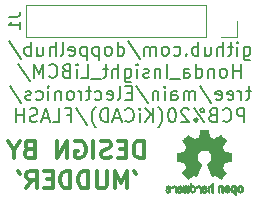
<source format=gbo>
G04 #@! TF.GenerationSoftware,KiCad,Pcbnew,(5.1.9-0-10_14)*
G04 #@! TF.CreationDate,2023-06-12T04:28:03-04:00*
G04 #@! TF.ProjectId,LiBCM-Daughterboard,4c694243-4d2d-4446-9175-676874657262,A*
G04 #@! TF.SameCoordinates,Original*
G04 #@! TF.FileFunction,Legend,Bot*
G04 #@! TF.FilePolarity,Positive*
%FSLAX46Y46*%
G04 Gerber Fmt 4.6, Leading zero omitted, Abs format (unit mm)*
G04 Created by KiCad (PCBNEW (5.1.9-0-10_14)) date 2023-06-12 04:28:03*
%MOMM*%
%LPD*%
G01*
G04 APERTURE LIST*
%ADD10C,0.150000*%
%ADD11C,0.300000*%
%ADD12C,0.010000*%
%ADD13C,0.120000*%
%ADD14R,1.700000X1.700000*%
%ADD15O,1.700000X1.700000*%
G04 APERTURE END LIST*
D10*
X54610714Y-163441071D02*
X54610714Y-164372023D01*
X54665476Y-164481547D01*
X54720238Y-164536309D01*
X54829761Y-164591071D01*
X54994047Y-164591071D01*
X55103571Y-164536309D01*
X54610714Y-164152976D02*
X54720238Y-164207738D01*
X54939285Y-164207738D01*
X55048809Y-164152976D01*
X55103571Y-164098214D01*
X55158333Y-163988690D01*
X55158333Y-163660119D01*
X55103571Y-163550595D01*
X55048809Y-163495833D01*
X54939285Y-163441071D01*
X54720238Y-163441071D01*
X54610714Y-163495833D01*
X54063095Y-164207738D02*
X54063095Y-163441071D01*
X54063095Y-163057738D02*
X54117857Y-163112500D01*
X54063095Y-163167261D01*
X54008333Y-163112500D01*
X54063095Y-163057738D01*
X54063095Y-163167261D01*
X53679761Y-163441071D02*
X53241666Y-163441071D01*
X53515476Y-163057738D02*
X53515476Y-164043452D01*
X53460714Y-164152976D01*
X53351190Y-164207738D01*
X53241666Y-164207738D01*
X52858333Y-164207738D02*
X52858333Y-163057738D01*
X52365476Y-164207738D02*
X52365476Y-163605357D01*
X52420238Y-163495833D01*
X52529761Y-163441071D01*
X52694047Y-163441071D01*
X52803571Y-163495833D01*
X52858333Y-163550595D01*
X51324999Y-163441071D02*
X51324999Y-164207738D01*
X51817857Y-163441071D02*
X51817857Y-164043452D01*
X51763095Y-164152976D01*
X51653571Y-164207738D01*
X51489285Y-164207738D01*
X51379761Y-164152976D01*
X51324999Y-164098214D01*
X50777380Y-164207738D02*
X50777380Y-163057738D01*
X50777380Y-163495833D02*
X50667857Y-163441071D01*
X50448809Y-163441071D01*
X50339285Y-163495833D01*
X50284523Y-163550595D01*
X50229761Y-163660119D01*
X50229761Y-163988690D01*
X50284523Y-164098214D01*
X50339285Y-164152976D01*
X50448809Y-164207738D01*
X50667857Y-164207738D01*
X50777380Y-164152976D01*
X49736904Y-164098214D02*
X49682142Y-164152976D01*
X49736904Y-164207738D01*
X49791666Y-164152976D01*
X49736904Y-164098214D01*
X49736904Y-164207738D01*
X48696428Y-164152976D02*
X48805952Y-164207738D01*
X49024999Y-164207738D01*
X49134523Y-164152976D01*
X49189285Y-164098214D01*
X49244047Y-163988690D01*
X49244047Y-163660119D01*
X49189285Y-163550595D01*
X49134523Y-163495833D01*
X49024999Y-163441071D01*
X48805952Y-163441071D01*
X48696428Y-163495833D01*
X48039285Y-164207738D02*
X48148809Y-164152976D01*
X48203571Y-164098214D01*
X48258333Y-163988690D01*
X48258333Y-163660119D01*
X48203571Y-163550595D01*
X48148809Y-163495833D01*
X48039285Y-163441071D01*
X47874999Y-163441071D01*
X47765476Y-163495833D01*
X47710714Y-163550595D01*
X47655952Y-163660119D01*
X47655952Y-163988690D01*
X47710714Y-164098214D01*
X47765476Y-164152976D01*
X47874999Y-164207738D01*
X48039285Y-164207738D01*
X47163095Y-164207738D02*
X47163095Y-163441071D01*
X47163095Y-163550595D02*
X47108333Y-163495833D01*
X46998809Y-163441071D01*
X46834523Y-163441071D01*
X46724999Y-163495833D01*
X46670238Y-163605357D01*
X46670238Y-164207738D01*
X46670238Y-163605357D02*
X46615476Y-163495833D01*
X46505952Y-163441071D01*
X46341666Y-163441071D01*
X46232142Y-163495833D01*
X46177380Y-163605357D01*
X46177380Y-164207738D01*
X44808333Y-163002976D02*
X45794047Y-164481547D01*
X43932142Y-164207738D02*
X43932142Y-163057738D01*
X43932142Y-164152976D02*
X44041666Y-164207738D01*
X44260714Y-164207738D01*
X44370238Y-164152976D01*
X44424999Y-164098214D01*
X44479761Y-163988690D01*
X44479761Y-163660119D01*
X44424999Y-163550595D01*
X44370238Y-163495833D01*
X44260714Y-163441071D01*
X44041666Y-163441071D01*
X43932142Y-163495833D01*
X43220238Y-164207738D02*
X43329761Y-164152976D01*
X43384523Y-164098214D01*
X43439285Y-163988690D01*
X43439285Y-163660119D01*
X43384523Y-163550595D01*
X43329761Y-163495833D01*
X43220238Y-163441071D01*
X43055952Y-163441071D01*
X42946428Y-163495833D01*
X42891666Y-163550595D01*
X42836904Y-163660119D01*
X42836904Y-163988690D01*
X42891666Y-164098214D01*
X42946428Y-164152976D01*
X43055952Y-164207738D01*
X43220238Y-164207738D01*
X42344047Y-163441071D02*
X42344047Y-164591071D01*
X42344047Y-163495833D02*
X42234523Y-163441071D01*
X42015476Y-163441071D01*
X41905952Y-163495833D01*
X41851190Y-163550595D01*
X41796428Y-163660119D01*
X41796428Y-163988690D01*
X41851190Y-164098214D01*
X41905952Y-164152976D01*
X42015476Y-164207738D01*
X42234523Y-164207738D01*
X42344047Y-164152976D01*
X41303571Y-163441071D02*
X41303571Y-164591071D01*
X41303571Y-163495833D02*
X41194047Y-163441071D01*
X40974999Y-163441071D01*
X40865476Y-163495833D01*
X40810714Y-163550595D01*
X40755952Y-163660119D01*
X40755952Y-163988690D01*
X40810714Y-164098214D01*
X40865476Y-164152976D01*
X40974999Y-164207738D01*
X41194047Y-164207738D01*
X41303571Y-164152976D01*
X39824999Y-164152976D02*
X39934523Y-164207738D01*
X40153571Y-164207738D01*
X40263095Y-164152976D01*
X40317857Y-164043452D01*
X40317857Y-163605357D01*
X40263095Y-163495833D01*
X40153571Y-163441071D01*
X39934523Y-163441071D01*
X39824999Y-163495833D01*
X39770238Y-163605357D01*
X39770238Y-163714880D01*
X40317857Y-163824404D01*
X39113095Y-164207738D02*
X39222619Y-164152976D01*
X39277380Y-164043452D01*
X39277380Y-163057738D01*
X38674999Y-164207738D02*
X38674999Y-163057738D01*
X38182142Y-164207738D02*
X38182142Y-163605357D01*
X38236904Y-163495833D01*
X38346428Y-163441071D01*
X38510714Y-163441071D01*
X38620238Y-163495833D01*
X38674999Y-163550595D01*
X37141666Y-163441071D02*
X37141666Y-164207738D01*
X37634523Y-163441071D02*
X37634523Y-164043452D01*
X37579761Y-164152976D01*
X37470238Y-164207738D01*
X37305952Y-164207738D01*
X37196428Y-164152976D01*
X37141666Y-164098214D01*
X36594047Y-164207738D02*
X36594047Y-163057738D01*
X36594047Y-163495833D02*
X36484523Y-163441071D01*
X36265476Y-163441071D01*
X36155952Y-163495833D01*
X36101190Y-163550595D01*
X36046428Y-163660119D01*
X36046428Y-163988690D01*
X36101190Y-164098214D01*
X36155952Y-164152976D01*
X36265476Y-164207738D01*
X36484523Y-164207738D01*
X36594047Y-164152976D01*
X34732142Y-163002976D02*
X35717857Y-164481547D01*
X54336904Y-166082738D02*
X54336904Y-164932738D01*
X54336904Y-165480357D02*
X53679761Y-165480357D01*
X53679761Y-166082738D02*
X53679761Y-164932738D01*
X52967857Y-166082738D02*
X53077380Y-166027976D01*
X53132142Y-165973214D01*
X53186904Y-165863690D01*
X53186904Y-165535119D01*
X53132142Y-165425595D01*
X53077380Y-165370833D01*
X52967857Y-165316071D01*
X52803571Y-165316071D01*
X52694047Y-165370833D01*
X52639285Y-165425595D01*
X52584523Y-165535119D01*
X52584523Y-165863690D01*
X52639285Y-165973214D01*
X52694047Y-166027976D01*
X52803571Y-166082738D01*
X52967857Y-166082738D01*
X52091666Y-165316071D02*
X52091666Y-166082738D01*
X52091666Y-165425595D02*
X52036904Y-165370833D01*
X51927380Y-165316071D01*
X51763095Y-165316071D01*
X51653571Y-165370833D01*
X51598809Y-165480357D01*
X51598809Y-166082738D01*
X50558333Y-166082738D02*
X50558333Y-164932738D01*
X50558333Y-166027976D02*
X50667857Y-166082738D01*
X50886904Y-166082738D01*
X50996428Y-166027976D01*
X51051190Y-165973214D01*
X51105952Y-165863690D01*
X51105952Y-165535119D01*
X51051190Y-165425595D01*
X50996428Y-165370833D01*
X50886904Y-165316071D01*
X50667857Y-165316071D01*
X50558333Y-165370833D01*
X49517857Y-166082738D02*
X49517857Y-165480357D01*
X49572619Y-165370833D01*
X49682142Y-165316071D01*
X49901190Y-165316071D01*
X50010714Y-165370833D01*
X49517857Y-166027976D02*
X49627380Y-166082738D01*
X49901190Y-166082738D01*
X50010714Y-166027976D01*
X50065476Y-165918452D01*
X50065476Y-165808928D01*
X50010714Y-165699404D01*
X49901190Y-165644642D01*
X49627380Y-165644642D01*
X49517857Y-165589880D01*
X49244047Y-166192261D02*
X48367857Y-166192261D01*
X48094047Y-166082738D02*
X48094047Y-164932738D01*
X47546428Y-165316071D02*
X47546428Y-166082738D01*
X47546428Y-165425595D02*
X47491666Y-165370833D01*
X47382142Y-165316071D01*
X47217857Y-165316071D01*
X47108333Y-165370833D01*
X47053571Y-165480357D01*
X47053571Y-166082738D01*
X46560714Y-166027976D02*
X46451190Y-166082738D01*
X46232142Y-166082738D01*
X46122619Y-166027976D01*
X46067857Y-165918452D01*
X46067857Y-165863690D01*
X46122619Y-165754166D01*
X46232142Y-165699404D01*
X46396428Y-165699404D01*
X46505952Y-165644642D01*
X46560714Y-165535119D01*
X46560714Y-165480357D01*
X46505952Y-165370833D01*
X46396428Y-165316071D01*
X46232142Y-165316071D01*
X46122619Y-165370833D01*
X45575000Y-166082738D02*
X45575000Y-165316071D01*
X45575000Y-164932738D02*
X45629761Y-164987500D01*
X45575000Y-165042261D01*
X45520238Y-164987500D01*
X45575000Y-164932738D01*
X45575000Y-165042261D01*
X44534523Y-165316071D02*
X44534523Y-166247023D01*
X44589285Y-166356547D01*
X44644047Y-166411309D01*
X44753571Y-166466071D01*
X44917857Y-166466071D01*
X45027380Y-166411309D01*
X44534523Y-166027976D02*
X44644047Y-166082738D01*
X44863095Y-166082738D01*
X44972619Y-166027976D01*
X45027380Y-165973214D01*
X45082142Y-165863690D01*
X45082142Y-165535119D01*
X45027380Y-165425595D01*
X44972619Y-165370833D01*
X44863095Y-165316071D01*
X44644047Y-165316071D01*
X44534523Y-165370833D01*
X43986904Y-166082738D02*
X43986904Y-164932738D01*
X43494047Y-166082738D02*
X43494047Y-165480357D01*
X43548809Y-165370833D01*
X43658333Y-165316071D01*
X43822619Y-165316071D01*
X43932142Y-165370833D01*
X43986904Y-165425595D01*
X43110714Y-165316071D02*
X42672619Y-165316071D01*
X42946428Y-164932738D02*
X42946428Y-165918452D01*
X42891666Y-166027976D01*
X42782142Y-166082738D01*
X42672619Y-166082738D01*
X42563095Y-166192261D02*
X41686904Y-166192261D01*
X40865476Y-166082738D02*
X41413095Y-166082738D01*
X41413095Y-164932738D01*
X40482142Y-166082738D02*
X40482142Y-165316071D01*
X40482142Y-164932738D02*
X40536904Y-164987500D01*
X40482142Y-165042261D01*
X40427380Y-164987500D01*
X40482142Y-164932738D01*
X40482142Y-165042261D01*
X39551190Y-165480357D02*
X39386904Y-165535119D01*
X39332142Y-165589880D01*
X39277380Y-165699404D01*
X39277380Y-165863690D01*
X39332142Y-165973214D01*
X39386904Y-166027976D01*
X39496428Y-166082738D01*
X39934523Y-166082738D01*
X39934523Y-164932738D01*
X39551190Y-164932738D01*
X39441666Y-164987500D01*
X39386904Y-165042261D01*
X39332142Y-165151785D01*
X39332142Y-165261309D01*
X39386904Y-165370833D01*
X39441666Y-165425595D01*
X39551190Y-165480357D01*
X39934523Y-165480357D01*
X38127380Y-165973214D02*
X38182142Y-166027976D01*
X38346428Y-166082738D01*
X38455952Y-166082738D01*
X38620238Y-166027976D01*
X38729761Y-165918452D01*
X38784523Y-165808928D01*
X38839285Y-165589880D01*
X38839285Y-165425595D01*
X38784523Y-165206547D01*
X38729761Y-165097023D01*
X38620238Y-164987500D01*
X38455952Y-164932738D01*
X38346428Y-164932738D01*
X38182142Y-164987500D01*
X38127380Y-165042261D01*
X37634523Y-166082738D02*
X37634523Y-164932738D01*
X37251190Y-165754166D01*
X36867857Y-164932738D01*
X36867857Y-166082738D01*
X35498809Y-164877976D02*
X36484523Y-166356547D01*
X55213095Y-167191071D02*
X54775000Y-167191071D01*
X55048809Y-166807738D02*
X55048809Y-167793452D01*
X54994047Y-167902976D01*
X54884523Y-167957738D01*
X54775000Y-167957738D01*
X54391666Y-167957738D02*
X54391666Y-167191071D01*
X54391666Y-167410119D02*
X54336904Y-167300595D01*
X54282142Y-167245833D01*
X54172619Y-167191071D01*
X54063095Y-167191071D01*
X53241666Y-167902976D02*
X53351190Y-167957738D01*
X53570238Y-167957738D01*
X53679761Y-167902976D01*
X53734523Y-167793452D01*
X53734523Y-167355357D01*
X53679761Y-167245833D01*
X53570238Y-167191071D01*
X53351190Y-167191071D01*
X53241666Y-167245833D01*
X53186904Y-167355357D01*
X53186904Y-167464880D01*
X53734523Y-167574404D01*
X52255952Y-167902976D02*
X52365476Y-167957738D01*
X52584523Y-167957738D01*
X52694047Y-167902976D01*
X52748809Y-167793452D01*
X52748809Y-167355357D01*
X52694047Y-167245833D01*
X52584523Y-167191071D01*
X52365476Y-167191071D01*
X52255952Y-167245833D01*
X52201190Y-167355357D01*
X52201190Y-167464880D01*
X52748809Y-167574404D01*
X50886904Y-166752976D02*
X51872619Y-168231547D01*
X50503571Y-167957738D02*
X50503571Y-167191071D01*
X50503571Y-167300595D02*
X50448809Y-167245833D01*
X50339285Y-167191071D01*
X50175000Y-167191071D01*
X50065476Y-167245833D01*
X50010714Y-167355357D01*
X50010714Y-167957738D01*
X50010714Y-167355357D02*
X49955952Y-167245833D01*
X49846428Y-167191071D01*
X49682142Y-167191071D01*
X49572619Y-167245833D01*
X49517857Y-167355357D01*
X49517857Y-167957738D01*
X48477380Y-167957738D02*
X48477380Y-167355357D01*
X48532142Y-167245833D01*
X48641666Y-167191071D01*
X48860714Y-167191071D01*
X48970238Y-167245833D01*
X48477380Y-167902976D02*
X48586904Y-167957738D01*
X48860714Y-167957738D01*
X48970238Y-167902976D01*
X49025000Y-167793452D01*
X49025000Y-167683928D01*
X48970238Y-167574404D01*
X48860714Y-167519642D01*
X48586904Y-167519642D01*
X48477380Y-167464880D01*
X47929761Y-167957738D02*
X47929761Y-167191071D01*
X47929761Y-166807738D02*
X47984523Y-166862500D01*
X47929761Y-166917261D01*
X47875000Y-166862500D01*
X47929761Y-166807738D01*
X47929761Y-166917261D01*
X47382142Y-167191071D02*
X47382142Y-167957738D01*
X47382142Y-167300595D02*
X47327380Y-167245833D01*
X47217857Y-167191071D01*
X47053571Y-167191071D01*
X46944047Y-167245833D01*
X46889285Y-167355357D01*
X46889285Y-167957738D01*
X45520238Y-166752976D02*
X46505952Y-168231547D01*
X45136904Y-167355357D02*
X44753571Y-167355357D01*
X44589285Y-167957738D02*
X45136904Y-167957738D01*
X45136904Y-166807738D01*
X44589285Y-166807738D01*
X43932142Y-167957738D02*
X44041666Y-167902976D01*
X44096428Y-167793452D01*
X44096428Y-166807738D01*
X43055952Y-167902976D02*
X43165476Y-167957738D01*
X43384523Y-167957738D01*
X43494047Y-167902976D01*
X43548809Y-167793452D01*
X43548809Y-167355357D01*
X43494047Y-167245833D01*
X43384523Y-167191071D01*
X43165476Y-167191071D01*
X43055952Y-167245833D01*
X43001190Y-167355357D01*
X43001190Y-167464880D01*
X43548809Y-167574404D01*
X42015476Y-167902976D02*
X42125000Y-167957738D01*
X42344047Y-167957738D01*
X42453571Y-167902976D01*
X42508333Y-167848214D01*
X42563095Y-167738690D01*
X42563095Y-167410119D01*
X42508333Y-167300595D01*
X42453571Y-167245833D01*
X42344047Y-167191071D01*
X42125000Y-167191071D01*
X42015476Y-167245833D01*
X41686904Y-167191071D02*
X41248809Y-167191071D01*
X41522619Y-166807738D02*
X41522619Y-167793452D01*
X41467857Y-167902976D01*
X41358333Y-167957738D01*
X41248809Y-167957738D01*
X40865476Y-167957738D02*
X40865476Y-167191071D01*
X40865476Y-167410119D02*
X40810714Y-167300595D01*
X40755952Y-167245833D01*
X40646428Y-167191071D01*
X40536904Y-167191071D01*
X39989285Y-167957738D02*
X40098809Y-167902976D01*
X40153571Y-167848214D01*
X40208333Y-167738690D01*
X40208333Y-167410119D01*
X40153571Y-167300595D01*
X40098809Y-167245833D01*
X39989285Y-167191071D01*
X39825000Y-167191071D01*
X39715476Y-167245833D01*
X39660714Y-167300595D01*
X39605952Y-167410119D01*
X39605952Y-167738690D01*
X39660714Y-167848214D01*
X39715476Y-167902976D01*
X39825000Y-167957738D01*
X39989285Y-167957738D01*
X39113095Y-167191071D02*
X39113095Y-167957738D01*
X39113095Y-167300595D02*
X39058333Y-167245833D01*
X38948809Y-167191071D01*
X38784523Y-167191071D01*
X38675000Y-167245833D01*
X38620238Y-167355357D01*
X38620238Y-167957738D01*
X38072619Y-167957738D02*
X38072619Y-167191071D01*
X38072619Y-166807738D02*
X38127380Y-166862500D01*
X38072619Y-166917261D01*
X38017857Y-166862500D01*
X38072619Y-166807738D01*
X38072619Y-166917261D01*
X37032142Y-167902976D02*
X37141666Y-167957738D01*
X37360714Y-167957738D01*
X37470238Y-167902976D01*
X37525000Y-167848214D01*
X37579761Y-167738690D01*
X37579761Y-167410119D01*
X37525000Y-167300595D01*
X37470238Y-167245833D01*
X37360714Y-167191071D01*
X37141666Y-167191071D01*
X37032142Y-167245833D01*
X36594047Y-167902976D02*
X36484523Y-167957738D01*
X36265476Y-167957738D01*
X36155952Y-167902976D01*
X36101190Y-167793452D01*
X36101190Y-167738690D01*
X36155952Y-167629166D01*
X36265476Y-167574404D01*
X36429761Y-167574404D01*
X36539285Y-167519642D01*
X36594047Y-167410119D01*
X36594047Y-167355357D01*
X36539285Y-167245833D01*
X36429761Y-167191071D01*
X36265476Y-167191071D01*
X36155952Y-167245833D01*
X34786904Y-166752976D02*
X35772619Y-168231547D01*
X54665476Y-169832738D02*
X54665476Y-168682738D01*
X54227380Y-168682738D01*
X54117857Y-168737500D01*
X54063095Y-168792261D01*
X54008333Y-168901785D01*
X54008333Y-169066071D01*
X54063095Y-169175595D01*
X54117857Y-169230357D01*
X54227380Y-169285119D01*
X54665476Y-169285119D01*
X52858333Y-169723214D02*
X52913095Y-169777976D01*
X53077380Y-169832738D01*
X53186904Y-169832738D01*
X53351190Y-169777976D01*
X53460714Y-169668452D01*
X53515476Y-169558928D01*
X53570238Y-169339880D01*
X53570238Y-169175595D01*
X53515476Y-168956547D01*
X53460714Y-168847023D01*
X53351190Y-168737500D01*
X53186904Y-168682738D01*
X53077380Y-168682738D01*
X52913095Y-168737500D01*
X52858333Y-168792261D01*
X51982142Y-169230357D02*
X51817857Y-169285119D01*
X51763095Y-169339880D01*
X51708333Y-169449404D01*
X51708333Y-169613690D01*
X51763095Y-169723214D01*
X51817857Y-169777976D01*
X51927380Y-169832738D01*
X52365476Y-169832738D01*
X52365476Y-168682738D01*
X51982142Y-168682738D01*
X51872619Y-168737500D01*
X51817857Y-168792261D01*
X51763095Y-168901785D01*
X51763095Y-169011309D01*
X51817857Y-169120833D01*
X51872619Y-169175595D01*
X51982142Y-169230357D01*
X52365476Y-169230357D01*
X51270238Y-169832738D02*
X50394047Y-168682738D01*
X51105952Y-168682738D02*
X50996428Y-168737500D01*
X50941666Y-168847023D01*
X50996428Y-168956547D01*
X51105952Y-169011309D01*
X51215476Y-168956547D01*
X51270238Y-168847023D01*
X51215476Y-168737500D01*
X51105952Y-168682738D01*
X50448809Y-169777976D02*
X50394047Y-169668452D01*
X50448809Y-169558928D01*
X50558333Y-169504166D01*
X50667857Y-169558928D01*
X50722619Y-169668452D01*
X50667857Y-169777976D01*
X50558333Y-169832738D01*
X50448809Y-169777976D01*
X49955952Y-168792261D02*
X49901190Y-168737500D01*
X49791666Y-168682738D01*
X49517857Y-168682738D01*
X49408333Y-168737500D01*
X49353571Y-168792261D01*
X49298809Y-168901785D01*
X49298809Y-169011309D01*
X49353571Y-169175595D01*
X50010714Y-169832738D01*
X49298809Y-169832738D01*
X48586904Y-168682738D02*
X48477380Y-168682738D01*
X48367857Y-168737500D01*
X48313095Y-168792261D01*
X48258333Y-168901785D01*
X48203571Y-169120833D01*
X48203571Y-169394642D01*
X48258333Y-169613690D01*
X48313095Y-169723214D01*
X48367857Y-169777976D01*
X48477380Y-169832738D01*
X48586904Y-169832738D01*
X48696428Y-169777976D01*
X48751190Y-169723214D01*
X48805952Y-169613690D01*
X48860714Y-169394642D01*
X48860714Y-169120833D01*
X48805952Y-168901785D01*
X48751190Y-168792261D01*
X48696428Y-168737500D01*
X48586904Y-168682738D01*
X47382142Y-170270833D02*
X47436904Y-170216071D01*
X47546428Y-170051785D01*
X47601190Y-169942261D01*
X47655952Y-169777976D01*
X47710714Y-169504166D01*
X47710714Y-169285119D01*
X47655952Y-169011309D01*
X47601190Y-168847023D01*
X47546428Y-168737500D01*
X47436904Y-168573214D01*
X47382142Y-168518452D01*
X46944047Y-169832738D02*
X46944047Y-168682738D01*
X46286904Y-169832738D02*
X46779761Y-169175595D01*
X46286904Y-168682738D02*
X46944047Y-169339880D01*
X45794047Y-169832738D02*
X45794047Y-169066071D01*
X45794047Y-168682738D02*
X45848809Y-168737500D01*
X45794047Y-168792261D01*
X45739285Y-168737500D01*
X45794047Y-168682738D01*
X45794047Y-168792261D01*
X44589285Y-169723214D02*
X44644047Y-169777976D01*
X44808333Y-169832738D01*
X44917857Y-169832738D01*
X45082142Y-169777976D01*
X45191666Y-169668452D01*
X45246428Y-169558928D01*
X45301190Y-169339880D01*
X45301190Y-169175595D01*
X45246428Y-168956547D01*
X45191666Y-168847023D01*
X45082142Y-168737500D01*
X44917857Y-168682738D01*
X44808333Y-168682738D01*
X44644047Y-168737500D01*
X44589285Y-168792261D01*
X44151190Y-169504166D02*
X43603571Y-169504166D01*
X44260714Y-169832738D02*
X43877380Y-168682738D01*
X43494047Y-169832738D01*
X43110714Y-169832738D02*
X43110714Y-168682738D01*
X42836904Y-168682738D01*
X42672619Y-168737500D01*
X42563095Y-168847023D01*
X42508333Y-168956547D01*
X42453571Y-169175595D01*
X42453571Y-169339880D01*
X42508333Y-169558928D01*
X42563095Y-169668452D01*
X42672619Y-169777976D01*
X42836904Y-169832738D01*
X43110714Y-169832738D01*
X42070238Y-170270833D02*
X42015476Y-170216071D01*
X41905952Y-170051785D01*
X41851190Y-169942261D01*
X41796428Y-169777976D01*
X41741666Y-169504166D01*
X41741666Y-169285119D01*
X41796428Y-169011309D01*
X41851190Y-168847023D01*
X41905952Y-168737500D01*
X42015476Y-168573214D01*
X42070238Y-168518452D01*
X40372619Y-168627976D02*
X41358333Y-170106547D01*
X39605952Y-169230357D02*
X39989285Y-169230357D01*
X39989285Y-169832738D02*
X39989285Y-168682738D01*
X39441666Y-168682738D01*
X38455952Y-169832738D02*
X39003571Y-169832738D01*
X39003571Y-168682738D01*
X38127380Y-169504166D02*
X37579761Y-169504166D01*
X38236904Y-169832738D02*
X37853571Y-168682738D01*
X37470238Y-169832738D01*
X37141666Y-169777976D02*
X36977380Y-169832738D01*
X36703571Y-169832738D01*
X36594047Y-169777976D01*
X36539285Y-169723214D01*
X36484523Y-169613690D01*
X36484523Y-169504166D01*
X36539285Y-169394642D01*
X36594047Y-169339880D01*
X36703571Y-169285119D01*
X36922619Y-169230357D01*
X37032142Y-169175595D01*
X37086904Y-169120833D01*
X37141666Y-169011309D01*
X37141666Y-168901785D01*
X37086904Y-168792261D01*
X37032142Y-168737500D01*
X36922619Y-168682738D01*
X36648809Y-168682738D01*
X36484523Y-168737500D01*
X35991666Y-169832738D02*
X35991666Y-168682738D01*
X35991666Y-169230357D02*
X35334523Y-169230357D01*
X35334523Y-169832738D02*
X35334523Y-168682738D01*
D11*
X46142857Y-172903571D02*
X46142857Y-171403571D01*
X45785714Y-171403571D01*
X45571428Y-171475000D01*
X45428571Y-171617857D01*
X45357142Y-171760714D01*
X45285714Y-172046428D01*
X45285714Y-172260714D01*
X45357142Y-172546428D01*
X45428571Y-172689285D01*
X45571428Y-172832142D01*
X45785714Y-172903571D01*
X46142857Y-172903571D01*
X44642857Y-172117857D02*
X44142857Y-172117857D01*
X43928571Y-172903571D02*
X44642857Y-172903571D01*
X44642857Y-171403571D01*
X43928571Y-171403571D01*
X43357142Y-172832142D02*
X43142857Y-172903571D01*
X42785714Y-172903571D01*
X42642857Y-172832142D01*
X42571428Y-172760714D01*
X42500000Y-172617857D01*
X42500000Y-172475000D01*
X42571428Y-172332142D01*
X42642857Y-172260714D01*
X42785714Y-172189285D01*
X43071428Y-172117857D01*
X43214285Y-172046428D01*
X43285714Y-171975000D01*
X43357142Y-171832142D01*
X43357142Y-171689285D01*
X43285714Y-171546428D01*
X43214285Y-171475000D01*
X43071428Y-171403571D01*
X42714285Y-171403571D01*
X42500000Y-171475000D01*
X41857142Y-172903571D02*
X41857142Y-171403571D01*
X40357142Y-171475000D02*
X40500000Y-171403571D01*
X40714285Y-171403571D01*
X40928571Y-171475000D01*
X41071428Y-171617857D01*
X41142857Y-171760714D01*
X41214285Y-172046428D01*
X41214285Y-172260714D01*
X41142857Y-172546428D01*
X41071428Y-172689285D01*
X40928571Y-172832142D01*
X40714285Y-172903571D01*
X40571428Y-172903571D01*
X40357142Y-172832142D01*
X40285714Y-172760714D01*
X40285714Y-172260714D01*
X40571428Y-172260714D01*
X39642857Y-172903571D02*
X39642857Y-171403571D01*
X38785714Y-172903571D01*
X38785714Y-171403571D01*
X36428571Y-172117857D02*
X36214285Y-172189285D01*
X36142857Y-172260714D01*
X36071428Y-172403571D01*
X36071428Y-172617857D01*
X36142857Y-172760714D01*
X36214285Y-172832142D01*
X36357142Y-172903571D01*
X36928571Y-172903571D01*
X36928571Y-171403571D01*
X36428571Y-171403571D01*
X36285714Y-171475000D01*
X36214285Y-171546428D01*
X36142857Y-171689285D01*
X36142857Y-171832142D01*
X36214285Y-171975000D01*
X36285714Y-172046428D01*
X36428571Y-172117857D01*
X36928571Y-172117857D01*
X35142857Y-172189285D02*
X35142857Y-172903571D01*
X35642857Y-171403571D02*
X35142857Y-172189285D01*
X34642857Y-171403571D01*
X45357142Y-173953571D02*
X45500000Y-174239285D01*
X44714285Y-175453571D02*
X44714285Y-173953571D01*
X44214285Y-175025000D01*
X43714285Y-173953571D01*
X43714285Y-175453571D01*
X43000000Y-173953571D02*
X43000000Y-175167857D01*
X42928571Y-175310714D01*
X42857142Y-175382142D01*
X42714285Y-175453571D01*
X42428571Y-175453571D01*
X42285714Y-175382142D01*
X42214285Y-175310714D01*
X42142857Y-175167857D01*
X42142857Y-173953571D01*
X41428571Y-175453571D02*
X41428571Y-173953571D01*
X41071428Y-173953571D01*
X40857142Y-174025000D01*
X40714285Y-174167857D01*
X40642857Y-174310714D01*
X40571428Y-174596428D01*
X40571428Y-174810714D01*
X40642857Y-175096428D01*
X40714285Y-175239285D01*
X40857142Y-175382142D01*
X41071428Y-175453571D01*
X41428571Y-175453571D01*
X39928571Y-175453571D02*
X39928571Y-173953571D01*
X39571428Y-173953571D01*
X39357142Y-174025000D01*
X39214285Y-174167857D01*
X39142857Y-174310714D01*
X39071428Y-174596428D01*
X39071428Y-174810714D01*
X39142857Y-175096428D01*
X39214285Y-175239285D01*
X39357142Y-175382142D01*
X39571428Y-175453571D01*
X39928571Y-175453571D01*
X38428571Y-174667857D02*
X37928571Y-174667857D01*
X37714285Y-175453571D02*
X38428571Y-175453571D01*
X38428571Y-173953571D01*
X37714285Y-173953571D01*
X36214285Y-175453571D02*
X36714285Y-174739285D01*
X37071428Y-175453571D02*
X37071428Y-173953571D01*
X36500000Y-173953571D01*
X36357142Y-174025000D01*
X36285714Y-174096428D01*
X36214285Y-174239285D01*
X36214285Y-174453571D01*
X36285714Y-174596428D01*
X36357142Y-174667857D01*
X36500000Y-174739285D01*
X37071428Y-174739285D01*
X35500000Y-173953571D02*
X35642857Y-174239285D01*
D12*
G04 #@! TO.C,REF\u002A\u002A*
G36*
X53650256Y-175169918D02*
G01*
X53594799Y-175197568D01*
X53545852Y-175248480D01*
X53532371Y-175267338D01*
X53517686Y-175292015D01*
X53508158Y-175318816D01*
X53502707Y-175354587D01*
X53500253Y-175406169D01*
X53499714Y-175474267D01*
X53502148Y-175567588D01*
X53510606Y-175637657D01*
X53526826Y-175689931D01*
X53552546Y-175729869D01*
X53589503Y-175762929D01*
X53592218Y-175764886D01*
X53628640Y-175784908D01*
X53672498Y-175794815D01*
X53728276Y-175797257D01*
X53818952Y-175797257D01*
X53818990Y-175885283D01*
X53819834Y-175934308D01*
X53824976Y-175963065D01*
X53838413Y-175980311D01*
X53864142Y-175994808D01*
X53870321Y-175997769D01*
X53899236Y-176011648D01*
X53921624Y-176020414D01*
X53938271Y-176021171D01*
X53949964Y-176011023D01*
X53957490Y-175987073D01*
X53961634Y-175946426D01*
X53963185Y-175886186D01*
X53962929Y-175803455D01*
X53961651Y-175695339D01*
X53961252Y-175663000D01*
X53959815Y-175551524D01*
X53958528Y-175478603D01*
X53819029Y-175478603D01*
X53818245Y-175540499D01*
X53814760Y-175580997D01*
X53806876Y-175607708D01*
X53792895Y-175628244D01*
X53783403Y-175638260D01*
X53744596Y-175667567D01*
X53710237Y-175669952D01*
X53674784Y-175645750D01*
X53673886Y-175644857D01*
X53659461Y-175626153D01*
X53650687Y-175600732D01*
X53646261Y-175561584D01*
X53644882Y-175501697D01*
X53644857Y-175488430D01*
X53648188Y-175405901D01*
X53659031Y-175348691D01*
X53678660Y-175313766D01*
X53708350Y-175298094D01*
X53725509Y-175296514D01*
X53766234Y-175303926D01*
X53794168Y-175328330D01*
X53810983Y-175372980D01*
X53818350Y-175441130D01*
X53819029Y-175478603D01*
X53958528Y-175478603D01*
X53958292Y-175465245D01*
X53956323Y-175400333D01*
X53953550Y-175352958D01*
X53949612Y-175319290D01*
X53944151Y-175295498D01*
X53936808Y-175277753D01*
X53927223Y-175262224D01*
X53923113Y-175256381D01*
X53868595Y-175201185D01*
X53799664Y-175169890D01*
X53719928Y-175161165D01*
X53650256Y-175169918D01*
G37*
X53650256Y-175169918D02*
X53594799Y-175197568D01*
X53545852Y-175248480D01*
X53532371Y-175267338D01*
X53517686Y-175292015D01*
X53508158Y-175318816D01*
X53502707Y-175354587D01*
X53500253Y-175406169D01*
X53499714Y-175474267D01*
X53502148Y-175567588D01*
X53510606Y-175637657D01*
X53526826Y-175689931D01*
X53552546Y-175729869D01*
X53589503Y-175762929D01*
X53592218Y-175764886D01*
X53628640Y-175784908D01*
X53672498Y-175794815D01*
X53728276Y-175797257D01*
X53818952Y-175797257D01*
X53818990Y-175885283D01*
X53819834Y-175934308D01*
X53824976Y-175963065D01*
X53838413Y-175980311D01*
X53864142Y-175994808D01*
X53870321Y-175997769D01*
X53899236Y-176011648D01*
X53921624Y-176020414D01*
X53938271Y-176021171D01*
X53949964Y-176011023D01*
X53957490Y-175987073D01*
X53961634Y-175946426D01*
X53963185Y-175886186D01*
X53962929Y-175803455D01*
X53961651Y-175695339D01*
X53961252Y-175663000D01*
X53959815Y-175551524D01*
X53958528Y-175478603D01*
X53819029Y-175478603D01*
X53818245Y-175540499D01*
X53814760Y-175580997D01*
X53806876Y-175607708D01*
X53792895Y-175628244D01*
X53783403Y-175638260D01*
X53744596Y-175667567D01*
X53710237Y-175669952D01*
X53674784Y-175645750D01*
X53673886Y-175644857D01*
X53659461Y-175626153D01*
X53650687Y-175600732D01*
X53646261Y-175561584D01*
X53644882Y-175501697D01*
X53644857Y-175488430D01*
X53648188Y-175405901D01*
X53659031Y-175348691D01*
X53678660Y-175313766D01*
X53708350Y-175298094D01*
X53725509Y-175296514D01*
X53766234Y-175303926D01*
X53794168Y-175328330D01*
X53810983Y-175372980D01*
X53818350Y-175441130D01*
X53819029Y-175478603D01*
X53958528Y-175478603D01*
X53958292Y-175465245D01*
X53956323Y-175400333D01*
X53953550Y-175352958D01*
X53949612Y-175319290D01*
X53944151Y-175295498D01*
X53936808Y-175277753D01*
X53927223Y-175262224D01*
X53923113Y-175256381D01*
X53868595Y-175201185D01*
X53799664Y-175169890D01*
X53719928Y-175161165D01*
X53650256Y-175169918D01*
G36*
X52533907Y-175177780D02*
G01*
X52487328Y-175204723D01*
X52454943Y-175231466D01*
X52431258Y-175259484D01*
X52414941Y-175293748D01*
X52404661Y-175339227D01*
X52399086Y-175400892D01*
X52396884Y-175483711D01*
X52396629Y-175543246D01*
X52396629Y-175762391D01*
X52458314Y-175790044D01*
X52520000Y-175817697D01*
X52527257Y-175577670D01*
X52530256Y-175488028D01*
X52533402Y-175422962D01*
X52537299Y-175378026D01*
X52542553Y-175348770D01*
X52549769Y-175330748D01*
X52559550Y-175319511D01*
X52562688Y-175317079D01*
X52610239Y-175298083D01*
X52658303Y-175305600D01*
X52686914Y-175325543D01*
X52698553Y-175339675D01*
X52706609Y-175358220D01*
X52711729Y-175386334D01*
X52714559Y-175429173D01*
X52715744Y-175491895D01*
X52715943Y-175557261D01*
X52715982Y-175639268D01*
X52717386Y-175697316D01*
X52722086Y-175736465D01*
X52732013Y-175761780D01*
X52749097Y-175778323D01*
X52775268Y-175791156D01*
X52810225Y-175804491D01*
X52848404Y-175819007D01*
X52843859Y-175561389D01*
X52842029Y-175468519D01*
X52839888Y-175399889D01*
X52836819Y-175350711D01*
X52832206Y-175316198D01*
X52825432Y-175291562D01*
X52815881Y-175272016D01*
X52804366Y-175254770D01*
X52748810Y-175199680D01*
X52681020Y-175167822D01*
X52607287Y-175160191D01*
X52533907Y-175177780D01*
G37*
X52533907Y-175177780D02*
X52487328Y-175204723D01*
X52454943Y-175231466D01*
X52431258Y-175259484D01*
X52414941Y-175293748D01*
X52404661Y-175339227D01*
X52399086Y-175400892D01*
X52396884Y-175483711D01*
X52396629Y-175543246D01*
X52396629Y-175762391D01*
X52458314Y-175790044D01*
X52520000Y-175817697D01*
X52527257Y-175577670D01*
X52530256Y-175488028D01*
X52533402Y-175422962D01*
X52537299Y-175378026D01*
X52542553Y-175348770D01*
X52549769Y-175330748D01*
X52559550Y-175319511D01*
X52562688Y-175317079D01*
X52610239Y-175298083D01*
X52658303Y-175305600D01*
X52686914Y-175325543D01*
X52698553Y-175339675D01*
X52706609Y-175358220D01*
X52711729Y-175386334D01*
X52714559Y-175429173D01*
X52715744Y-175491895D01*
X52715943Y-175557261D01*
X52715982Y-175639268D01*
X52717386Y-175697316D01*
X52722086Y-175736465D01*
X52732013Y-175761780D01*
X52749097Y-175778323D01*
X52775268Y-175791156D01*
X52810225Y-175804491D01*
X52848404Y-175819007D01*
X52843859Y-175561389D01*
X52842029Y-175468519D01*
X52839888Y-175399889D01*
X52836819Y-175350711D01*
X52832206Y-175316198D01*
X52825432Y-175291562D01*
X52815881Y-175272016D01*
X52804366Y-175254770D01*
X52748810Y-175199680D01*
X52681020Y-175167822D01*
X52607287Y-175160191D01*
X52533907Y-175177780D01*
G36*
X54208885Y-175171962D02*
G01*
X54140855Y-175207733D01*
X54090649Y-175265301D01*
X54072815Y-175302312D01*
X54058937Y-175357882D01*
X54051833Y-175428096D01*
X54051160Y-175504727D01*
X54056573Y-175579552D01*
X54067730Y-175644342D01*
X54084286Y-175690873D01*
X54089374Y-175698887D01*
X54149645Y-175758707D01*
X54221231Y-175794535D01*
X54298908Y-175805020D01*
X54377452Y-175788810D01*
X54399311Y-175779092D01*
X54441878Y-175749143D01*
X54479237Y-175709433D01*
X54482768Y-175704397D01*
X54497119Y-175680124D01*
X54506606Y-175654178D01*
X54512210Y-175620022D01*
X54514914Y-175571119D01*
X54515701Y-175500935D01*
X54515714Y-175485200D01*
X54515678Y-175480192D01*
X54370571Y-175480192D01*
X54369727Y-175546430D01*
X54366404Y-175590386D01*
X54359417Y-175618779D01*
X54347584Y-175638325D01*
X54341543Y-175644857D01*
X54306814Y-175669680D01*
X54273097Y-175668548D01*
X54239005Y-175647016D01*
X54218671Y-175624029D01*
X54206629Y-175590478D01*
X54199866Y-175537569D01*
X54199402Y-175531399D01*
X54198248Y-175435513D01*
X54210312Y-175364299D01*
X54235430Y-175318194D01*
X54273440Y-175297635D01*
X54287008Y-175296514D01*
X54322636Y-175302152D01*
X54347006Y-175321686D01*
X54361907Y-175359042D01*
X54369125Y-175418150D01*
X54370571Y-175480192D01*
X54515678Y-175480192D01*
X54515174Y-175410413D01*
X54512904Y-175358159D01*
X54507932Y-175321949D01*
X54499287Y-175295299D01*
X54485995Y-175271722D01*
X54483057Y-175267338D01*
X54433687Y-175208249D01*
X54379891Y-175173947D01*
X54314398Y-175160331D01*
X54292158Y-175159665D01*
X54208885Y-175171962D01*
G37*
X54208885Y-175171962D02*
X54140855Y-175207733D01*
X54090649Y-175265301D01*
X54072815Y-175302312D01*
X54058937Y-175357882D01*
X54051833Y-175428096D01*
X54051160Y-175504727D01*
X54056573Y-175579552D01*
X54067730Y-175644342D01*
X54084286Y-175690873D01*
X54089374Y-175698887D01*
X54149645Y-175758707D01*
X54221231Y-175794535D01*
X54298908Y-175805020D01*
X54377452Y-175788810D01*
X54399311Y-175779092D01*
X54441878Y-175749143D01*
X54479237Y-175709433D01*
X54482768Y-175704397D01*
X54497119Y-175680124D01*
X54506606Y-175654178D01*
X54512210Y-175620022D01*
X54514914Y-175571119D01*
X54515701Y-175500935D01*
X54515714Y-175485200D01*
X54515678Y-175480192D01*
X54370571Y-175480192D01*
X54369727Y-175546430D01*
X54366404Y-175590386D01*
X54359417Y-175618779D01*
X54347584Y-175638325D01*
X54341543Y-175644857D01*
X54306814Y-175669680D01*
X54273097Y-175668548D01*
X54239005Y-175647016D01*
X54218671Y-175624029D01*
X54206629Y-175590478D01*
X54199866Y-175537569D01*
X54199402Y-175531399D01*
X54198248Y-175435513D01*
X54210312Y-175364299D01*
X54235430Y-175318194D01*
X54273440Y-175297635D01*
X54287008Y-175296514D01*
X54322636Y-175302152D01*
X54347006Y-175321686D01*
X54361907Y-175359042D01*
X54369125Y-175418150D01*
X54370571Y-175480192D01*
X54515678Y-175480192D01*
X54515174Y-175410413D01*
X54512904Y-175358159D01*
X54507932Y-175321949D01*
X54499287Y-175295299D01*
X54485995Y-175271722D01*
X54483057Y-175267338D01*
X54433687Y-175208249D01*
X54379891Y-175173947D01*
X54314398Y-175160331D01*
X54292158Y-175159665D01*
X54208885Y-175171962D01*
G36*
X53081697Y-175181239D02*
G01*
X53024473Y-175219735D01*
X52980251Y-175275335D01*
X52953833Y-175346086D01*
X52948490Y-175398162D01*
X52949097Y-175419893D01*
X52954178Y-175436531D01*
X52968145Y-175451437D01*
X52995411Y-175467973D01*
X53040388Y-175489498D01*
X53107489Y-175519374D01*
X53107829Y-175519524D01*
X53169593Y-175547813D01*
X53220241Y-175572933D01*
X53254596Y-175592179D01*
X53267482Y-175602848D01*
X53267486Y-175602934D01*
X53256128Y-175626166D01*
X53229569Y-175651774D01*
X53199077Y-175670221D01*
X53183630Y-175673886D01*
X53141485Y-175661212D01*
X53105192Y-175629471D01*
X53087483Y-175594572D01*
X53070448Y-175568845D01*
X53037078Y-175539546D01*
X52997851Y-175514235D01*
X52963244Y-175500471D01*
X52956007Y-175499714D01*
X52947861Y-175512160D01*
X52947370Y-175543972D01*
X52953357Y-175586866D01*
X52964643Y-175632558D01*
X52980050Y-175672761D01*
X52980829Y-175674322D01*
X53027196Y-175739062D01*
X53087289Y-175783097D01*
X53155535Y-175804711D01*
X53226362Y-175802185D01*
X53294196Y-175773804D01*
X53297212Y-175771808D01*
X53350573Y-175723448D01*
X53385660Y-175660352D01*
X53405078Y-175577387D01*
X53407684Y-175554078D01*
X53412299Y-175444055D01*
X53406767Y-175392748D01*
X53267486Y-175392748D01*
X53265676Y-175424753D01*
X53255778Y-175434093D01*
X53231102Y-175427105D01*
X53192205Y-175410587D01*
X53148725Y-175389881D01*
X53147644Y-175389333D01*
X53110791Y-175369949D01*
X53096000Y-175357013D01*
X53099647Y-175343451D01*
X53115005Y-175325632D01*
X53154077Y-175299845D01*
X53196154Y-175297950D01*
X53233897Y-175316717D01*
X53259966Y-175352915D01*
X53267486Y-175392748D01*
X53406767Y-175392748D01*
X53402806Y-175356027D01*
X53378450Y-175286212D01*
X53344544Y-175237302D01*
X53283347Y-175187878D01*
X53215937Y-175163359D01*
X53147120Y-175161797D01*
X53081697Y-175181239D01*
G37*
X53081697Y-175181239D02*
X53024473Y-175219735D01*
X52980251Y-175275335D01*
X52953833Y-175346086D01*
X52948490Y-175398162D01*
X52949097Y-175419893D01*
X52954178Y-175436531D01*
X52968145Y-175451437D01*
X52995411Y-175467973D01*
X53040388Y-175489498D01*
X53107489Y-175519374D01*
X53107829Y-175519524D01*
X53169593Y-175547813D01*
X53220241Y-175572933D01*
X53254596Y-175592179D01*
X53267482Y-175602848D01*
X53267486Y-175602934D01*
X53256128Y-175626166D01*
X53229569Y-175651774D01*
X53199077Y-175670221D01*
X53183630Y-175673886D01*
X53141485Y-175661212D01*
X53105192Y-175629471D01*
X53087483Y-175594572D01*
X53070448Y-175568845D01*
X53037078Y-175539546D01*
X52997851Y-175514235D01*
X52963244Y-175500471D01*
X52956007Y-175499714D01*
X52947861Y-175512160D01*
X52947370Y-175543972D01*
X52953357Y-175586866D01*
X52964643Y-175632558D01*
X52980050Y-175672761D01*
X52980829Y-175674322D01*
X53027196Y-175739062D01*
X53087289Y-175783097D01*
X53155535Y-175804711D01*
X53226362Y-175802185D01*
X53294196Y-175773804D01*
X53297212Y-175771808D01*
X53350573Y-175723448D01*
X53385660Y-175660352D01*
X53405078Y-175577387D01*
X53407684Y-175554078D01*
X53412299Y-175444055D01*
X53406767Y-175392748D01*
X53267486Y-175392748D01*
X53265676Y-175424753D01*
X53255778Y-175434093D01*
X53231102Y-175427105D01*
X53192205Y-175410587D01*
X53148725Y-175389881D01*
X53147644Y-175389333D01*
X53110791Y-175369949D01*
X53096000Y-175357013D01*
X53099647Y-175343451D01*
X53115005Y-175325632D01*
X53154077Y-175299845D01*
X53196154Y-175297950D01*
X53233897Y-175316717D01*
X53259966Y-175352915D01*
X53267486Y-175392748D01*
X53406767Y-175392748D01*
X53402806Y-175356027D01*
X53378450Y-175286212D01*
X53344544Y-175237302D01*
X53283347Y-175187878D01*
X53215937Y-175163359D01*
X53147120Y-175161797D01*
X53081697Y-175181239D01*
G36*
X51874114Y-175101289D02*
G01*
X51869861Y-175160613D01*
X51864975Y-175195572D01*
X51858205Y-175210820D01*
X51848298Y-175211015D01*
X51845086Y-175209195D01*
X51802356Y-175196015D01*
X51746773Y-175196785D01*
X51690263Y-175210333D01*
X51654918Y-175227861D01*
X51618679Y-175255861D01*
X51592187Y-175287549D01*
X51574001Y-175327813D01*
X51562678Y-175381543D01*
X51556778Y-175453626D01*
X51554857Y-175548951D01*
X51554823Y-175567237D01*
X51554800Y-175772646D01*
X51600509Y-175788580D01*
X51632973Y-175799420D01*
X51650785Y-175804468D01*
X51651309Y-175804514D01*
X51653063Y-175790828D01*
X51654556Y-175753076D01*
X51655674Y-175696224D01*
X51656303Y-175625234D01*
X51656400Y-175582073D01*
X51656602Y-175496973D01*
X51657642Y-175435981D01*
X51660169Y-175394177D01*
X51664836Y-175366642D01*
X51672293Y-175348456D01*
X51683189Y-175334698D01*
X51689993Y-175328073D01*
X51736728Y-175301375D01*
X51787728Y-175299375D01*
X51833999Y-175321955D01*
X51842556Y-175330107D01*
X51855107Y-175345436D01*
X51863812Y-175363618D01*
X51869369Y-175389909D01*
X51872474Y-175429562D01*
X51873824Y-175487832D01*
X51874114Y-175568173D01*
X51874114Y-175772646D01*
X51919823Y-175788580D01*
X51952287Y-175799420D01*
X51970099Y-175804468D01*
X51970623Y-175804514D01*
X51971963Y-175790623D01*
X51973172Y-175751439D01*
X51974199Y-175690700D01*
X51974998Y-175612141D01*
X51975519Y-175519498D01*
X51975714Y-175416509D01*
X51975714Y-175019342D01*
X51928543Y-174999444D01*
X51881371Y-174979547D01*
X51874114Y-175101289D01*
G37*
X51874114Y-175101289D02*
X51869861Y-175160613D01*
X51864975Y-175195572D01*
X51858205Y-175210820D01*
X51848298Y-175211015D01*
X51845086Y-175209195D01*
X51802356Y-175196015D01*
X51746773Y-175196785D01*
X51690263Y-175210333D01*
X51654918Y-175227861D01*
X51618679Y-175255861D01*
X51592187Y-175287549D01*
X51574001Y-175327813D01*
X51562678Y-175381543D01*
X51556778Y-175453626D01*
X51554857Y-175548951D01*
X51554823Y-175567237D01*
X51554800Y-175772646D01*
X51600509Y-175788580D01*
X51632973Y-175799420D01*
X51650785Y-175804468D01*
X51651309Y-175804514D01*
X51653063Y-175790828D01*
X51654556Y-175753076D01*
X51655674Y-175696224D01*
X51656303Y-175625234D01*
X51656400Y-175582073D01*
X51656602Y-175496973D01*
X51657642Y-175435981D01*
X51660169Y-175394177D01*
X51664836Y-175366642D01*
X51672293Y-175348456D01*
X51683189Y-175334698D01*
X51689993Y-175328073D01*
X51736728Y-175301375D01*
X51787728Y-175299375D01*
X51833999Y-175321955D01*
X51842556Y-175330107D01*
X51855107Y-175345436D01*
X51863812Y-175363618D01*
X51869369Y-175389909D01*
X51872474Y-175429562D01*
X51873824Y-175487832D01*
X51874114Y-175568173D01*
X51874114Y-175772646D01*
X51919823Y-175788580D01*
X51952287Y-175799420D01*
X51970099Y-175804468D01*
X51970623Y-175804514D01*
X51971963Y-175790623D01*
X51973172Y-175751439D01*
X51974199Y-175690700D01*
X51974998Y-175612141D01*
X51975519Y-175519498D01*
X51975714Y-175416509D01*
X51975714Y-175019342D01*
X51928543Y-174999444D01*
X51881371Y-174979547D01*
X51874114Y-175101289D01*
G36*
X51210256Y-175200968D02*
G01*
X51153384Y-175222087D01*
X51152733Y-175222493D01*
X51117560Y-175248380D01*
X51091593Y-175278633D01*
X51073330Y-175318058D01*
X51061268Y-175371462D01*
X51053904Y-175443651D01*
X51049736Y-175539432D01*
X51049371Y-175553078D01*
X51044124Y-175758842D01*
X51088284Y-175781678D01*
X51120237Y-175797110D01*
X51139530Y-175804423D01*
X51140422Y-175804514D01*
X51143761Y-175791022D01*
X51146413Y-175754626D01*
X51148044Y-175701452D01*
X51148400Y-175658393D01*
X51148408Y-175588641D01*
X51151597Y-175544837D01*
X51162712Y-175523944D01*
X51186499Y-175522925D01*
X51227704Y-175538741D01*
X51289914Y-175567815D01*
X51335659Y-175591963D01*
X51359187Y-175612913D01*
X51366104Y-175635747D01*
X51366114Y-175636877D01*
X51354701Y-175676212D01*
X51320908Y-175697462D01*
X51269191Y-175700539D01*
X51231939Y-175700006D01*
X51212297Y-175710735D01*
X51200048Y-175736505D01*
X51192998Y-175769337D01*
X51203158Y-175787966D01*
X51206983Y-175790632D01*
X51242999Y-175801340D01*
X51293434Y-175802856D01*
X51345374Y-175795759D01*
X51382178Y-175782788D01*
X51433062Y-175739585D01*
X51461986Y-175679446D01*
X51467714Y-175632462D01*
X51463343Y-175590082D01*
X51447525Y-175555488D01*
X51416203Y-175524763D01*
X51365322Y-175493990D01*
X51290824Y-175459252D01*
X51286286Y-175457288D01*
X51219179Y-175426287D01*
X51177768Y-175400862D01*
X51160019Y-175378014D01*
X51163893Y-175354745D01*
X51187357Y-175328056D01*
X51194373Y-175321914D01*
X51241370Y-175298100D01*
X51290067Y-175299103D01*
X51332478Y-175322451D01*
X51360616Y-175365675D01*
X51363231Y-175374160D01*
X51388692Y-175415308D01*
X51420999Y-175435128D01*
X51467714Y-175454770D01*
X51467714Y-175403950D01*
X51453504Y-175330082D01*
X51411325Y-175262327D01*
X51389376Y-175239661D01*
X51339483Y-175210569D01*
X51276033Y-175197400D01*
X51210256Y-175200968D01*
G37*
X51210256Y-175200968D02*
X51153384Y-175222087D01*
X51152733Y-175222493D01*
X51117560Y-175248380D01*
X51091593Y-175278633D01*
X51073330Y-175318058D01*
X51061268Y-175371462D01*
X51053904Y-175443651D01*
X51049736Y-175539432D01*
X51049371Y-175553078D01*
X51044124Y-175758842D01*
X51088284Y-175781678D01*
X51120237Y-175797110D01*
X51139530Y-175804423D01*
X51140422Y-175804514D01*
X51143761Y-175791022D01*
X51146413Y-175754626D01*
X51148044Y-175701452D01*
X51148400Y-175658393D01*
X51148408Y-175588641D01*
X51151597Y-175544837D01*
X51162712Y-175523944D01*
X51186499Y-175522925D01*
X51227704Y-175538741D01*
X51289914Y-175567815D01*
X51335659Y-175591963D01*
X51359187Y-175612913D01*
X51366104Y-175635747D01*
X51366114Y-175636877D01*
X51354701Y-175676212D01*
X51320908Y-175697462D01*
X51269191Y-175700539D01*
X51231939Y-175700006D01*
X51212297Y-175710735D01*
X51200048Y-175736505D01*
X51192998Y-175769337D01*
X51203158Y-175787966D01*
X51206983Y-175790632D01*
X51242999Y-175801340D01*
X51293434Y-175802856D01*
X51345374Y-175795759D01*
X51382178Y-175782788D01*
X51433062Y-175739585D01*
X51461986Y-175679446D01*
X51467714Y-175632462D01*
X51463343Y-175590082D01*
X51447525Y-175555488D01*
X51416203Y-175524763D01*
X51365322Y-175493990D01*
X51290824Y-175459252D01*
X51286286Y-175457288D01*
X51219179Y-175426287D01*
X51177768Y-175400862D01*
X51160019Y-175378014D01*
X51163893Y-175354745D01*
X51187357Y-175328056D01*
X51194373Y-175321914D01*
X51241370Y-175298100D01*
X51290067Y-175299103D01*
X51332478Y-175322451D01*
X51360616Y-175365675D01*
X51363231Y-175374160D01*
X51388692Y-175415308D01*
X51420999Y-175435128D01*
X51467714Y-175454770D01*
X51467714Y-175403950D01*
X51453504Y-175330082D01*
X51411325Y-175262327D01*
X51389376Y-175239661D01*
X51339483Y-175210569D01*
X51276033Y-175197400D01*
X51210256Y-175200968D01*
G36*
X50720074Y-175199755D02*
G01*
X50654142Y-175224084D01*
X50600727Y-175267117D01*
X50579836Y-175297409D01*
X50557061Y-175352994D01*
X50557534Y-175393186D01*
X50581438Y-175420217D01*
X50590283Y-175424813D01*
X50628470Y-175439144D01*
X50647972Y-175435472D01*
X50654578Y-175411407D01*
X50654914Y-175398114D01*
X50667008Y-175349210D01*
X50698529Y-175314999D01*
X50742341Y-175298476D01*
X50791305Y-175302634D01*
X50831106Y-175324227D01*
X50844550Y-175336544D01*
X50854079Y-175351487D01*
X50860515Y-175374075D01*
X50864683Y-175409328D01*
X50867403Y-175462266D01*
X50869498Y-175537907D01*
X50870040Y-175561857D01*
X50872019Y-175643790D01*
X50874269Y-175701455D01*
X50877643Y-175739608D01*
X50882994Y-175763004D01*
X50891176Y-175776398D01*
X50903041Y-175784545D01*
X50910638Y-175788144D01*
X50942898Y-175800452D01*
X50961889Y-175804514D01*
X50968164Y-175790948D01*
X50971994Y-175749934D01*
X50973400Y-175680999D01*
X50972402Y-175583669D01*
X50972092Y-175568657D01*
X50969899Y-175479859D01*
X50967307Y-175415019D01*
X50963618Y-175369067D01*
X50958136Y-175336935D01*
X50950165Y-175313553D01*
X50939007Y-175293852D01*
X50933170Y-175285410D01*
X50899704Y-175248057D01*
X50862273Y-175219003D01*
X50857691Y-175216467D01*
X50790574Y-175196443D01*
X50720074Y-175199755D01*
G37*
X50720074Y-175199755D02*
X50654142Y-175224084D01*
X50600727Y-175267117D01*
X50579836Y-175297409D01*
X50557061Y-175352994D01*
X50557534Y-175393186D01*
X50581438Y-175420217D01*
X50590283Y-175424813D01*
X50628470Y-175439144D01*
X50647972Y-175435472D01*
X50654578Y-175411407D01*
X50654914Y-175398114D01*
X50667008Y-175349210D01*
X50698529Y-175314999D01*
X50742341Y-175298476D01*
X50791305Y-175302634D01*
X50831106Y-175324227D01*
X50844550Y-175336544D01*
X50854079Y-175351487D01*
X50860515Y-175374075D01*
X50864683Y-175409328D01*
X50867403Y-175462266D01*
X50869498Y-175537907D01*
X50870040Y-175561857D01*
X50872019Y-175643790D01*
X50874269Y-175701455D01*
X50877643Y-175739608D01*
X50882994Y-175763004D01*
X50891176Y-175776398D01*
X50903041Y-175784545D01*
X50910638Y-175788144D01*
X50942898Y-175800452D01*
X50961889Y-175804514D01*
X50968164Y-175790948D01*
X50971994Y-175749934D01*
X50973400Y-175680999D01*
X50972402Y-175583669D01*
X50972092Y-175568657D01*
X50969899Y-175479859D01*
X50967307Y-175415019D01*
X50963618Y-175369067D01*
X50958136Y-175336935D01*
X50950165Y-175313553D01*
X50939007Y-175293852D01*
X50933170Y-175285410D01*
X50899704Y-175248057D01*
X50862273Y-175219003D01*
X50857691Y-175216467D01*
X50790574Y-175196443D01*
X50720074Y-175199755D01*
G36*
X50059883Y-175315358D02*
G01*
X50060067Y-175423837D01*
X50060781Y-175507287D01*
X50062325Y-175569704D01*
X50064999Y-175615085D01*
X50069106Y-175647429D01*
X50074945Y-175670733D01*
X50082818Y-175688995D01*
X50088779Y-175699418D01*
X50138145Y-175755945D01*
X50200736Y-175791377D01*
X50269987Y-175804090D01*
X50339332Y-175792463D01*
X50380625Y-175771568D01*
X50423975Y-175735422D01*
X50453519Y-175691276D01*
X50471345Y-175633462D01*
X50479537Y-175556313D01*
X50480698Y-175499714D01*
X50480542Y-175495647D01*
X50379143Y-175495647D01*
X50378524Y-175560550D01*
X50375686Y-175603514D01*
X50369160Y-175631622D01*
X50357477Y-175651953D01*
X50343517Y-175667288D01*
X50296635Y-175696890D01*
X50246299Y-175699419D01*
X50198724Y-175674705D01*
X50195021Y-175671356D01*
X50179217Y-175653935D01*
X50169307Y-175633209D01*
X50163942Y-175602362D01*
X50161772Y-175554577D01*
X50161429Y-175501748D01*
X50162173Y-175435381D01*
X50165252Y-175391106D01*
X50171939Y-175362009D01*
X50183504Y-175341173D01*
X50192987Y-175330107D01*
X50237040Y-175302198D01*
X50287776Y-175298843D01*
X50336204Y-175320159D01*
X50345550Y-175328073D01*
X50361460Y-175345647D01*
X50371390Y-175366587D01*
X50376722Y-175397782D01*
X50378837Y-175446122D01*
X50379143Y-175495647D01*
X50480542Y-175495647D01*
X50477190Y-175408568D01*
X50465274Y-175340086D01*
X50442865Y-175288600D01*
X50407876Y-175248443D01*
X50380625Y-175227861D01*
X50331093Y-175205625D01*
X50273684Y-175195304D01*
X50220318Y-175198067D01*
X50190457Y-175209212D01*
X50178739Y-175212383D01*
X50170963Y-175200557D01*
X50165535Y-175168866D01*
X50161429Y-175120593D01*
X50156933Y-175066829D01*
X50150687Y-175034482D01*
X50139324Y-175015985D01*
X50119472Y-175003770D01*
X50107000Y-174998362D01*
X50059829Y-174978601D01*
X50059883Y-175315358D01*
G37*
X50059883Y-175315358D02*
X50060067Y-175423837D01*
X50060781Y-175507287D01*
X50062325Y-175569704D01*
X50064999Y-175615085D01*
X50069106Y-175647429D01*
X50074945Y-175670733D01*
X50082818Y-175688995D01*
X50088779Y-175699418D01*
X50138145Y-175755945D01*
X50200736Y-175791377D01*
X50269987Y-175804090D01*
X50339332Y-175792463D01*
X50380625Y-175771568D01*
X50423975Y-175735422D01*
X50453519Y-175691276D01*
X50471345Y-175633462D01*
X50479537Y-175556313D01*
X50480698Y-175499714D01*
X50480542Y-175495647D01*
X50379143Y-175495647D01*
X50378524Y-175560550D01*
X50375686Y-175603514D01*
X50369160Y-175631622D01*
X50357477Y-175651953D01*
X50343517Y-175667288D01*
X50296635Y-175696890D01*
X50246299Y-175699419D01*
X50198724Y-175674705D01*
X50195021Y-175671356D01*
X50179217Y-175653935D01*
X50169307Y-175633209D01*
X50163942Y-175602362D01*
X50161772Y-175554577D01*
X50161429Y-175501748D01*
X50162173Y-175435381D01*
X50165252Y-175391106D01*
X50171939Y-175362009D01*
X50183504Y-175341173D01*
X50192987Y-175330107D01*
X50237040Y-175302198D01*
X50287776Y-175298843D01*
X50336204Y-175320159D01*
X50345550Y-175328073D01*
X50361460Y-175345647D01*
X50371390Y-175366587D01*
X50376722Y-175397782D01*
X50378837Y-175446122D01*
X50379143Y-175495647D01*
X50480542Y-175495647D01*
X50477190Y-175408568D01*
X50465274Y-175340086D01*
X50442865Y-175288600D01*
X50407876Y-175248443D01*
X50380625Y-175227861D01*
X50331093Y-175205625D01*
X50273684Y-175195304D01*
X50220318Y-175198067D01*
X50190457Y-175209212D01*
X50178739Y-175212383D01*
X50170963Y-175200557D01*
X50165535Y-175168866D01*
X50161429Y-175120593D01*
X50156933Y-175066829D01*
X50150687Y-175034482D01*
X50139324Y-175015985D01*
X50119472Y-175003770D01*
X50107000Y-174998362D01*
X50059829Y-174978601D01*
X50059883Y-175315358D01*
G36*
X49470167Y-175208663D02*
G01*
X49467952Y-175246850D01*
X49466216Y-175304886D01*
X49465101Y-175378180D01*
X49464743Y-175455055D01*
X49464743Y-175715196D01*
X49510674Y-175761127D01*
X49542325Y-175789429D01*
X49570110Y-175800893D01*
X49608085Y-175800168D01*
X49623160Y-175798321D01*
X49670274Y-175792948D01*
X49709244Y-175789869D01*
X49718743Y-175789585D01*
X49750767Y-175791445D01*
X49796568Y-175796114D01*
X49814326Y-175798321D01*
X49857943Y-175801735D01*
X49887255Y-175794320D01*
X49916320Y-175771427D01*
X49926812Y-175761127D01*
X49972743Y-175715196D01*
X49972743Y-175228602D01*
X49935774Y-175211758D01*
X49903941Y-175199282D01*
X49885317Y-175194914D01*
X49880542Y-175208718D01*
X49876079Y-175247286D01*
X49872225Y-175306356D01*
X49869278Y-175381663D01*
X49867857Y-175445286D01*
X49863886Y-175695657D01*
X49829241Y-175700556D01*
X49797732Y-175697131D01*
X49782292Y-175686041D01*
X49777977Y-175665308D01*
X49774292Y-175621145D01*
X49771531Y-175559146D01*
X49769988Y-175484909D01*
X49769765Y-175446706D01*
X49769543Y-175226783D01*
X49723834Y-175210849D01*
X49691482Y-175200015D01*
X49673885Y-175194962D01*
X49673377Y-175194914D01*
X49671612Y-175208648D01*
X49669671Y-175246730D01*
X49667718Y-175304482D01*
X49665916Y-175377227D01*
X49664657Y-175445286D01*
X49660686Y-175695657D01*
X49573600Y-175695657D01*
X49569604Y-175467240D01*
X49565608Y-175238822D01*
X49523153Y-175216868D01*
X49491808Y-175201793D01*
X49473256Y-175194951D01*
X49472721Y-175194914D01*
X49470167Y-175208663D01*
G37*
X49470167Y-175208663D02*
X49467952Y-175246850D01*
X49466216Y-175304886D01*
X49465101Y-175378180D01*
X49464743Y-175455055D01*
X49464743Y-175715196D01*
X49510674Y-175761127D01*
X49542325Y-175789429D01*
X49570110Y-175800893D01*
X49608085Y-175800168D01*
X49623160Y-175798321D01*
X49670274Y-175792948D01*
X49709244Y-175789869D01*
X49718743Y-175789585D01*
X49750767Y-175791445D01*
X49796568Y-175796114D01*
X49814326Y-175798321D01*
X49857943Y-175801735D01*
X49887255Y-175794320D01*
X49916320Y-175771427D01*
X49926812Y-175761127D01*
X49972743Y-175715196D01*
X49972743Y-175228602D01*
X49935774Y-175211758D01*
X49903941Y-175199282D01*
X49885317Y-175194914D01*
X49880542Y-175208718D01*
X49876079Y-175247286D01*
X49872225Y-175306356D01*
X49869278Y-175381663D01*
X49867857Y-175445286D01*
X49863886Y-175695657D01*
X49829241Y-175700556D01*
X49797732Y-175697131D01*
X49782292Y-175686041D01*
X49777977Y-175665308D01*
X49774292Y-175621145D01*
X49771531Y-175559146D01*
X49769988Y-175484909D01*
X49769765Y-175446706D01*
X49769543Y-175226783D01*
X49723834Y-175210849D01*
X49691482Y-175200015D01*
X49673885Y-175194962D01*
X49673377Y-175194914D01*
X49671612Y-175208648D01*
X49669671Y-175246730D01*
X49667718Y-175304482D01*
X49665916Y-175377227D01*
X49664657Y-175445286D01*
X49660686Y-175695657D01*
X49573600Y-175695657D01*
X49569604Y-175467240D01*
X49565608Y-175238822D01*
X49523153Y-175216868D01*
X49491808Y-175201793D01*
X49473256Y-175194951D01*
X49472721Y-175194914D01*
X49470167Y-175208663D01*
G36*
X49105124Y-175206335D02*
G01*
X49063333Y-175225344D01*
X49030531Y-175248378D01*
X49006497Y-175274133D01*
X48989903Y-175307358D01*
X48979423Y-175352800D01*
X48973729Y-175415207D01*
X48971493Y-175499327D01*
X48971257Y-175554721D01*
X48971257Y-175770826D01*
X49008226Y-175787670D01*
X49037344Y-175799981D01*
X49051769Y-175804514D01*
X49054528Y-175791025D01*
X49056718Y-175754653D01*
X49058058Y-175701542D01*
X49058343Y-175659372D01*
X49059566Y-175598447D01*
X49062864Y-175550115D01*
X49067679Y-175520518D01*
X49071504Y-175514229D01*
X49097217Y-175520652D01*
X49137582Y-175537125D01*
X49184321Y-175559458D01*
X49229155Y-175583457D01*
X49263807Y-175604930D01*
X49279998Y-175619685D01*
X49280062Y-175619845D01*
X49278670Y-175647152D01*
X49266182Y-175673219D01*
X49244257Y-175694392D01*
X49212257Y-175701474D01*
X49184908Y-175700649D01*
X49146174Y-175700042D01*
X49125842Y-175709116D01*
X49113631Y-175733092D01*
X49112091Y-175737613D01*
X49106797Y-175771806D01*
X49120953Y-175792568D01*
X49157852Y-175802462D01*
X49197711Y-175804292D01*
X49269438Y-175790727D01*
X49306568Y-175771355D01*
X49352424Y-175725845D01*
X49376744Y-175669983D01*
X49378927Y-175610957D01*
X49358371Y-175555953D01*
X49327451Y-175521486D01*
X49296580Y-175502189D01*
X49248058Y-175477759D01*
X49191515Y-175452985D01*
X49182090Y-175449199D01*
X49119981Y-175421791D01*
X49084178Y-175397634D01*
X49072663Y-175373619D01*
X49083420Y-175346635D01*
X49101886Y-175325543D01*
X49145531Y-175299572D01*
X49193554Y-175297624D01*
X49237594Y-175317637D01*
X49269291Y-175357551D01*
X49273451Y-175367848D01*
X49297673Y-175405724D01*
X49333035Y-175433842D01*
X49377657Y-175456917D01*
X49377657Y-175391485D01*
X49375031Y-175351506D01*
X49363770Y-175319997D01*
X49338801Y-175286378D01*
X49314831Y-175260484D01*
X49277559Y-175223817D01*
X49248599Y-175204121D01*
X49217495Y-175196220D01*
X49182287Y-175194914D01*
X49105124Y-175206335D01*
G37*
X49105124Y-175206335D02*
X49063333Y-175225344D01*
X49030531Y-175248378D01*
X49006497Y-175274133D01*
X48989903Y-175307358D01*
X48979423Y-175352800D01*
X48973729Y-175415207D01*
X48971493Y-175499327D01*
X48971257Y-175554721D01*
X48971257Y-175770826D01*
X49008226Y-175787670D01*
X49037344Y-175799981D01*
X49051769Y-175804514D01*
X49054528Y-175791025D01*
X49056718Y-175754653D01*
X49058058Y-175701542D01*
X49058343Y-175659372D01*
X49059566Y-175598447D01*
X49062864Y-175550115D01*
X49067679Y-175520518D01*
X49071504Y-175514229D01*
X49097217Y-175520652D01*
X49137582Y-175537125D01*
X49184321Y-175559458D01*
X49229155Y-175583457D01*
X49263807Y-175604930D01*
X49279998Y-175619685D01*
X49280062Y-175619845D01*
X49278670Y-175647152D01*
X49266182Y-175673219D01*
X49244257Y-175694392D01*
X49212257Y-175701474D01*
X49184908Y-175700649D01*
X49146174Y-175700042D01*
X49125842Y-175709116D01*
X49113631Y-175733092D01*
X49112091Y-175737613D01*
X49106797Y-175771806D01*
X49120953Y-175792568D01*
X49157852Y-175802462D01*
X49197711Y-175804292D01*
X49269438Y-175790727D01*
X49306568Y-175771355D01*
X49352424Y-175725845D01*
X49376744Y-175669983D01*
X49378927Y-175610957D01*
X49358371Y-175555953D01*
X49327451Y-175521486D01*
X49296580Y-175502189D01*
X49248058Y-175477759D01*
X49191515Y-175452985D01*
X49182090Y-175449199D01*
X49119981Y-175421791D01*
X49084178Y-175397634D01*
X49072663Y-175373619D01*
X49083420Y-175346635D01*
X49101886Y-175325543D01*
X49145531Y-175299572D01*
X49193554Y-175297624D01*
X49237594Y-175317637D01*
X49269291Y-175357551D01*
X49273451Y-175367848D01*
X49297673Y-175405724D01*
X49333035Y-175433842D01*
X49377657Y-175456917D01*
X49377657Y-175391485D01*
X49375031Y-175351506D01*
X49363770Y-175319997D01*
X49338801Y-175286378D01*
X49314831Y-175260484D01*
X49277559Y-175223817D01*
X49248599Y-175204121D01*
X49217495Y-175196220D01*
X49182287Y-175194914D01*
X49105124Y-175206335D01*
G36*
X48597400Y-175208752D02*
G01*
X48580052Y-175216334D01*
X48538644Y-175249128D01*
X48503235Y-175296547D01*
X48481336Y-175347151D01*
X48477771Y-175372098D01*
X48489721Y-175406927D01*
X48515933Y-175425357D01*
X48544036Y-175436516D01*
X48556905Y-175438572D01*
X48563171Y-175423649D01*
X48575544Y-175391175D01*
X48580972Y-175376502D01*
X48611410Y-175325744D01*
X48655480Y-175300427D01*
X48711990Y-175301206D01*
X48716175Y-175302203D01*
X48746345Y-175316507D01*
X48768524Y-175344393D01*
X48783673Y-175389287D01*
X48792750Y-175454615D01*
X48796714Y-175543804D01*
X48797086Y-175591261D01*
X48797270Y-175666071D01*
X48798478Y-175717069D01*
X48801691Y-175749471D01*
X48807891Y-175768495D01*
X48818060Y-175779356D01*
X48833181Y-175787272D01*
X48834054Y-175787670D01*
X48863172Y-175799981D01*
X48877597Y-175804514D01*
X48879814Y-175790809D01*
X48881711Y-175752925D01*
X48883153Y-175695715D01*
X48884002Y-175624027D01*
X48884171Y-175571565D01*
X48883308Y-175470047D01*
X48879930Y-175393032D01*
X48872858Y-175336023D01*
X48860912Y-175294526D01*
X48842910Y-175264043D01*
X48817673Y-175240080D01*
X48792753Y-175223355D01*
X48732829Y-175201097D01*
X48663089Y-175196076D01*
X48597400Y-175208752D01*
G37*
X48597400Y-175208752D02*
X48580052Y-175216334D01*
X48538644Y-175249128D01*
X48503235Y-175296547D01*
X48481336Y-175347151D01*
X48477771Y-175372098D01*
X48489721Y-175406927D01*
X48515933Y-175425357D01*
X48544036Y-175436516D01*
X48556905Y-175438572D01*
X48563171Y-175423649D01*
X48575544Y-175391175D01*
X48580972Y-175376502D01*
X48611410Y-175325744D01*
X48655480Y-175300427D01*
X48711990Y-175301206D01*
X48716175Y-175302203D01*
X48746345Y-175316507D01*
X48768524Y-175344393D01*
X48783673Y-175389287D01*
X48792750Y-175454615D01*
X48796714Y-175543804D01*
X48797086Y-175591261D01*
X48797270Y-175666071D01*
X48798478Y-175717069D01*
X48801691Y-175749471D01*
X48807891Y-175768495D01*
X48818060Y-175779356D01*
X48833181Y-175787272D01*
X48834054Y-175787670D01*
X48863172Y-175799981D01*
X48877597Y-175804514D01*
X48879814Y-175790809D01*
X48881711Y-175752925D01*
X48883153Y-175695715D01*
X48884002Y-175624027D01*
X48884171Y-175571565D01*
X48883308Y-175470047D01*
X48879930Y-175393032D01*
X48872858Y-175336023D01*
X48860912Y-175294526D01*
X48842910Y-175264043D01*
X48817673Y-175240080D01*
X48792753Y-175223355D01*
X48732829Y-175201097D01*
X48663089Y-175196076D01*
X48597400Y-175208752D01*
G36*
X48096405Y-175216966D02*
G01*
X48038979Y-175254497D01*
X48011281Y-175288096D01*
X47989338Y-175349064D01*
X47987595Y-175397308D01*
X47991543Y-175461816D01*
X48140314Y-175526934D01*
X48212651Y-175560202D01*
X48259916Y-175586964D01*
X48284493Y-175610144D01*
X48288763Y-175632667D01*
X48275111Y-175657455D01*
X48260057Y-175673886D01*
X48216254Y-175700235D01*
X48168611Y-175702081D01*
X48124855Y-175681546D01*
X48092711Y-175640752D01*
X48086962Y-175626347D01*
X48059424Y-175581356D01*
X48027742Y-175562182D01*
X47984286Y-175545779D01*
X47984286Y-175607966D01*
X47988128Y-175650283D01*
X48003177Y-175685969D01*
X48034720Y-175726943D01*
X48039408Y-175732267D01*
X48074494Y-175768720D01*
X48104653Y-175788283D01*
X48142385Y-175797283D01*
X48173665Y-175800230D01*
X48229615Y-175800965D01*
X48269445Y-175791660D01*
X48294292Y-175777846D01*
X48333344Y-175747467D01*
X48360375Y-175714613D01*
X48377483Y-175673294D01*
X48386762Y-175617521D01*
X48390307Y-175541305D01*
X48390590Y-175502622D01*
X48389628Y-175456247D01*
X48301993Y-175456247D01*
X48300977Y-175481126D01*
X48298444Y-175485200D01*
X48281726Y-175479665D01*
X48245751Y-175465017D01*
X48197669Y-175444190D01*
X48187614Y-175439714D01*
X48126848Y-175408814D01*
X48093368Y-175381657D01*
X48086010Y-175356220D01*
X48103609Y-175330481D01*
X48118144Y-175319109D01*
X48170590Y-175296364D01*
X48219678Y-175300122D01*
X48260773Y-175327884D01*
X48289242Y-175377152D01*
X48298369Y-175416257D01*
X48301993Y-175456247D01*
X48389628Y-175456247D01*
X48388715Y-175412249D01*
X48381804Y-175345384D01*
X48368116Y-175296695D01*
X48345904Y-175260849D01*
X48313426Y-175232513D01*
X48299267Y-175223355D01*
X48234947Y-175199507D01*
X48164527Y-175198006D01*
X48096405Y-175216966D01*
G37*
X48096405Y-175216966D02*
X48038979Y-175254497D01*
X48011281Y-175288096D01*
X47989338Y-175349064D01*
X47987595Y-175397308D01*
X47991543Y-175461816D01*
X48140314Y-175526934D01*
X48212651Y-175560202D01*
X48259916Y-175586964D01*
X48284493Y-175610144D01*
X48288763Y-175632667D01*
X48275111Y-175657455D01*
X48260057Y-175673886D01*
X48216254Y-175700235D01*
X48168611Y-175702081D01*
X48124855Y-175681546D01*
X48092711Y-175640752D01*
X48086962Y-175626347D01*
X48059424Y-175581356D01*
X48027742Y-175562182D01*
X47984286Y-175545779D01*
X47984286Y-175607966D01*
X47988128Y-175650283D01*
X48003177Y-175685969D01*
X48034720Y-175726943D01*
X48039408Y-175732267D01*
X48074494Y-175768720D01*
X48104653Y-175788283D01*
X48142385Y-175797283D01*
X48173665Y-175800230D01*
X48229615Y-175800965D01*
X48269445Y-175791660D01*
X48294292Y-175777846D01*
X48333344Y-175747467D01*
X48360375Y-175714613D01*
X48377483Y-175673294D01*
X48386762Y-175617521D01*
X48390307Y-175541305D01*
X48390590Y-175502622D01*
X48389628Y-175456247D01*
X48301993Y-175456247D01*
X48300977Y-175481126D01*
X48298444Y-175485200D01*
X48281726Y-175479665D01*
X48245751Y-175465017D01*
X48197669Y-175444190D01*
X48187614Y-175439714D01*
X48126848Y-175408814D01*
X48093368Y-175381657D01*
X48086010Y-175356220D01*
X48103609Y-175330481D01*
X48118144Y-175319109D01*
X48170590Y-175296364D01*
X48219678Y-175300122D01*
X48260773Y-175327884D01*
X48289242Y-175377152D01*
X48298369Y-175416257D01*
X48301993Y-175456247D01*
X48389628Y-175456247D01*
X48388715Y-175412249D01*
X48381804Y-175345384D01*
X48368116Y-175296695D01*
X48345904Y-175260849D01*
X48313426Y-175232513D01*
X48299267Y-175223355D01*
X48234947Y-175199507D01*
X48164527Y-175198006D01*
X48096405Y-175216966D01*
G36*
X51146090Y-170492348D02*
G01*
X51067546Y-170492778D01*
X51010702Y-170493942D01*
X50971895Y-170496207D01*
X50947462Y-170499940D01*
X50933738Y-170505506D01*
X50927060Y-170513273D01*
X50923764Y-170523605D01*
X50923444Y-170524943D01*
X50918438Y-170549079D01*
X50909171Y-170596701D01*
X50896608Y-170662741D01*
X50881713Y-170742128D01*
X50865449Y-170829796D01*
X50864881Y-170832875D01*
X50848590Y-170918789D01*
X50833348Y-170994696D01*
X50820139Y-171056045D01*
X50809946Y-171098282D01*
X50803752Y-171116855D01*
X50803457Y-171117184D01*
X50785212Y-171126253D01*
X50747595Y-171141367D01*
X50698729Y-171159262D01*
X50698457Y-171159358D01*
X50636907Y-171182493D01*
X50564343Y-171211965D01*
X50495943Y-171241597D01*
X50492706Y-171243062D01*
X50381298Y-171293626D01*
X50134601Y-171125160D01*
X50058923Y-171073803D01*
X49990369Y-171027889D01*
X49932912Y-170990030D01*
X49890524Y-170962837D01*
X49867175Y-170948921D01*
X49864958Y-170947889D01*
X49847990Y-170952484D01*
X49816299Y-170974655D01*
X49768648Y-171015447D01*
X49703802Y-171075905D01*
X49637603Y-171140227D01*
X49573786Y-171203612D01*
X49516671Y-171261451D01*
X49469695Y-171310175D01*
X49436297Y-171346210D01*
X49419915Y-171365984D01*
X49419306Y-171367002D01*
X49417495Y-171380572D01*
X49424317Y-171402733D01*
X49441460Y-171436478D01*
X49470607Y-171484800D01*
X49513445Y-171550692D01*
X49570552Y-171635517D01*
X49621234Y-171710177D01*
X49666539Y-171777140D01*
X49703850Y-171832516D01*
X49730548Y-171872420D01*
X49744015Y-171892962D01*
X49744863Y-171894356D01*
X49743219Y-171914038D01*
X49730755Y-171952293D01*
X49709952Y-172001889D01*
X49702538Y-172017728D01*
X49670186Y-172088290D01*
X49635672Y-172168353D01*
X49607635Y-172237629D01*
X49587432Y-172289045D01*
X49571385Y-172328119D01*
X49562112Y-172348541D01*
X49560959Y-172350114D01*
X49543904Y-172352721D01*
X49503702Y-172359863D01*
X49445698Y-172370523D01*
X49375237Y-172383685D01*
X49297665Y-172398333D01*
X49218328Y-172413449D01*
X49142569Y-172428018D01*
X49075736Y-172441022D01*
X49023172Y-172451445D01*
X48990224Y-172458270D01*
X48982143Y-172460199D01*
X48973795Y-172464962D01*
X48967494Y-172475718D01*
X48962955Y-172496098D01*
X48959896Y-172529734D01*
X48958033Y-172580255D01*
X48957082Y-172651292D01*
X48956760Y-172746476D01*
X48956743Y-172785492D01*
X48956743Y-173102799D01*
X49032943Y-173117839D01*
X49075337Y-173125995D01*
X49138600Y-173137899D01*
X49215038Y-173152116D01*
X49296957Y-173167210D01*
X49319600Y-173171355D01*
X49395194Y-173186053D01*
X49461047Y-173200505D01*
X49511634Y-173213375D01*
X49541426Y-173223322D01*
X49546388Y-173226287D01*
X49558574Y-173247283D01*
X49576047Y-173287967D01*
X49595423Y-173340322D01*
X49599266Y-173351600D01*
X49624661Y-173421523D01*
X49656183Y-173500418D01*
X49687031Y-173571266D01*
X49687183Y-173571595D01*
X49738553Y-173682733D01*
X49569601Y-173931253D01*
X49400648Y-174179772D01*
X49617571Y-174397058D01*
X49683181Y-174461726D01*
X49743021Y-174518733D01*
X49793733Y-174565033D01*
X49831954Y-174597584D01*
X49854325Y-174613343D01*
X49857534Y-174614343D01*
X49876374Y-174606469D01*
X49914820Y-174584578D01*
X49968670Y-174551267D01*
X50033724Y-174509131D01*
X50104060Y-174461943D01*
X50175445Y-174413810D01*
X50239092Y-174371928D01*
X50290959Y-174338871D01*
X50327005Y-174317218D01*
X50343133Y-174309543D01*
X50362811Y-174316037D01*
X50400125Y-174333150D01*
X50447379Y-174357326D01*
X50452388Y-174360013D01*
X50516023Y-174391927D01*
X50559659Y-174407579D01*
X50586798Y-174407745D01*
X50600943Y-174393204D01*
X50601025Y-174393000D01*
X50608095Y-174375779D01*
X50624958Y-174334899D01*
X50650305Y-174273525D01*
X50682829Y-174194819D01*
X50721222Y-174101947D01*
X50764178Y-173998072D01*
X50805778Y-173897502D01*
X50851496Y-173786516D01*
X50893474Y-173683703D01*
X50930452Y-173592215D01*
X50961173Y-173515201D01*
X50984378Y-173455815D01*
X50998810Y-173417209D01*
X51003257Y-173402800D01*
X50992104Y-173386272D01*
X50962931Y-173359930D01*
X50924029Y-173330887D01*
X50813243Y-173239039D01*
X50726649Y-173133759D01*
X50665284Y-173017266D01*
X50630185Y-172891776D01*
X50622392Y-172759507D01*
X50628057Y-172698457D01*
X50658922Y-172571795D01*
X50712080Y-172459941D01*
X50784233Y-172364001D01*
X50872083Y-172285076D01*
X50972335Y-172224270D01*
X51081690Y-172182687D01*
X51196853Y-172161428D01*
X51314525Y-172161599D01*
X51431410Y-172184301D01*
X51544211Y-172230638D01*
X51649631Y-172301713D01*
X51693632Y-172341911D01*
X51778021Y-172445129D01*
X51836778Y-172557925D01*
X51870296Y-172677010D01*
X51878965Y-172799095D01*
X51863177Y-172920893D01*
X51823322Y-173039116D01*
X51759793Y-173150475D01*
X51672979Y-173251684D01*
X51575971Y-173330887D01*
X51535563Y-173361162D01*
X51507018Y-173387219D01*
X51496743Y-173402825D01*
X51502123Y-173419843D01*
X51517425Y-173460500D01*
X51541388Y-173521642D01*
X51572756Y-173600119D01*
X51610268Y-173692780D01*
X51652667Y-173796472D01*
X51694337Y-173897526D01*
X51740310Y-174008607D01*
X51782893Y-174111541D01*
X51820779Y-174203165D01*
X51852660Y-174280316D01*
X51877229Y-174339831D01*
X51893180Y-174378544D01*
X51899090Y-174393000D01*
X51913052Y-174407685D01*
X51940060Y-174407642D01*
X51983587Y-174392099D01*
X52047110Y-174360284D01*
X52047612Y-174360013D01*
X52095440Y-174335323D01*
X52134103Y-174317338D01*
X52155905Y-174309614D01*
X52156867Y-174309543D01*
X52173279Y-174317378D01*
X52209513Y-174339165D01*
X52261526Y-174372328D01*
X52325275Y-174414291D01*
X52395940Y-174461943D01*
X52467884Y-174510191D01*
X52532726Y-174552151D01*
X52586265Y-174585227D01*
X52624303Y-174606821D01*
X52642467Y-174614343D01*
X52659192Y-174604457D01*
X52692820Y-174576826D01*
X52739990Y-174534495D01*
X52797342Y-174480505D01*
X52861516Y-174417899D01*
X52882503Y-174396983D01*
X53099501Y-174179623D01*
X52934332Y-173937220D01*
X52884136Y-173862781D01*
X52840081Y-173795972D01*
X52804638Y-173740665D01*
X52780281Y-173700729D01*
X52769478Y-173680036D01*
X52769162Y-173678563D01*
X52774857Y-173659058D01*
X52790174Y-173619822D01*
X52812463Y-173567430D01*
X52828107Y-173532355D01*
X52857359Y-173465201D01*
X52884906Y-173397358D01*
X52906263Y-173340034D01*
X52912065Y-173322572D01*
X52928548Y-173275938D01*
X52944660Y-173239905D01*
X52953510Y-173226287D01*
X52973040Y-173217952D01*
X53015666Y-173206137D01*
X53075855Y-173192181D01*
X53148078Y-173177422D01*
X53180400Y-173171355D01*
X53262478Y-173156273D01*
X53341205Y-173141669D01*
X53408891Y-173128980D01*
X53457840Y-173119642D01*
X53467057Y-173117839D01*
X53543257Y-173102799D01*
X53543257Y-172785492D01*
X53543086Y-172681154D01*
X53542384Y-172602213D01*
X53540866Y-172545038D01*
X53538251Y-172505999D01*
X53534254Y-172481465D01*
X53528591Y-172467805D01*
X53520980Y-172461389D01*
X53517857Y-172460199D01*
X53499022Y-172455980D01*
X53457412Y-172447562D01*
X53398370Y-172435961D01*
X53327243Y-172422195D01*
X53249375Y-172407280D01*
X53170113Y-172392232D01*
X53094802Y-172378069D01*
X53028787Y-172365806D01*
X52977413Y-172356461D01*
X52946025Y-172351050D01*
X52939041Y-172350114D01*
X52932715Y-172337596D01*
X52918710Y-172304246D01*
X52899645Y-172256377D01*
X52892366Y-172237629D01*
X52863004Y-172165195D01*
X52828429Y-172085170D01*
X52797463Y-172017728D01*
X52774677Y-171966159D01*
X52759518Y-171923785D01*
X52754458Y-171897834D01*
X52755264Y-171894356D01*
X52765959Y-171877936D01*
X52790380Y-171841417D01*
X52825905Y-171788687D01*
X52869913Y-171723635D01*
X52919783Y-171650151D01*
X52929644Y-171635645D01*
X52987508Y-171549704D01*
X53030044Y-171484261D01*
X53058946Y-171436304D01*
X53075910Y-171402820D01*
X53082633Y-171380795D01*
X53080810Y-171367217D01*
X53080764Y-171367131D01*
X53066414Y-171349297D01*
X53034677Y-171314817D01*
X52988990Y-171267268D01*
X52932796Y-171210222D01*
X52869532Y-171147255D01*
X52862398Y-171140227D01*
X52782670Y-171063020D01*
X52721143Y-171006330D01*
X52676579Y-170969110D01*
X52647743Y-170950315D01*
X52635042Y-170947889D01*
X52616506Y-170958471D01*
X52578039Y-170982916D01*
X52523614Y-171018612D01*
X52457202Y-171062947D01*
X52382775Y-171113311D01*
X52365399Y-171125160D01*
X52118703Y-171293626D01*
X52007294Y-171243062D01*
X51939543Y-171213595D01*
X51866817Y-171183959D01*
X51804297Y-171160330D01*
X51801543Y-171159358D01*
X51752640Y-171141457D01*
X51714943Y-171126320D01*
X51696575Y-171117210D01*
X51696544Y-171117184D01*
X51690715Y-171100717D01*
X51680808Y-171060219D01*
X51667805Y-171000242D01*
X51652691Y-170925340D01*
X51636448Y-170840064D01*
X51635119Y-170832875D01*
X51618825Y-170745014D01*
X51603867Y-170665260D01*
X51591209Y-170598681D01*
X51581814Y-170550347D01*
X51576646Y-170525325D01*
X51576556Y-170524943D01*
X51573411Y-170514299D01*
X51567296Y-170506262D01*
X51554547Y-170500467D01*
X51531500Y-170496547D01*
X51494491Y-170494135D01*
X51439856Y-170492865D01*
X51363933Y-170492371D01*
X51263056Y-170492286D01*
X51250000Y-170492286D01*
X51146090Y-170492348D01*
G37*
X51146090Y-170492348D02*
X51067546Y-170492778D01*
X51010702Y-170493942D01*
X50971895Y-170496207D01*
X50947462Y-170499940D01*
X50933738Y-170505506D01*
X50927060Y-170513273D01*
X50923764Y-170523605D01*
X50923444Y-170524943D01*
X50918438Y-170549079D01*
X50909171Y-170596701D01*
X50896608Y-170662741D01*
X50881713Y-170742128D01*
X50865449Y-170829796D01*
X50864881Y-170832875D01*
X50848590Y-170918789D01*
X50833348Y-170994696D01*
X50820139Y-171056045D01*
X50809946Y-171098282D01*
X50803752Y-171116855D01*
X50803457Y-171117184D01*
X50785212Y-171126253D01*
X50747595Y-171141367D01*
X50698729Y-171159262D01*
X50698457Y-171159358D01*
X50636907Y-171182493D01*
X50564343Y-171211965D01*
X50495943Y-171241597D01*
X50492706Y-171243062D01*
X50381298Y-171293626D01*
X50134601Y-171125160D01*
X50058923Y-171073803D01*
X49990369Y-171027889D01*
X49932912Y-170990030D01*
X49890524Y-170962837D01*
X49867175Y-170948921D01*
X49864958Y-170947889D01*
X49847990Y-170952484D01*
X49816299Y-170974655D01*
X49768648Y-171015447D01*
X49703802Y-171075905D01*
X49637603Y-171140227D01*
X49573786Y-171203612D01*
X49516671Y-171261451D01*
X49469695Y-171310175D01*
X49436297Y-171346210D01*
X49419915Y-171365984D01*
X49419306Y-171367002D01*
X49417495Y-171380572D01*
X49424317Y-171402733D01*
X49441460Y-171436478D01*
X49470607Y-171484800D01*
X49513445Y-171550692D01*
X49570552Y-171635517D01*
X49621234Y-171710177D01*
X49666539Y-171777140D01*
X49703850Y-171832516D01*
X49730548Y-171872420D01*
X49744015Y-171892962D01*
X49744863Y-171894356D01*
X49743219Y-171914038D01*
X49730755Y-171952293D01*
X49709952Y-172001889D01*
X49702538Y-172017728D01*
X49670186Y-172088290D01*
X49635672Y-172168353D01*
X49607635Y-172237629D01*
X49587432Y-172289045D01*
X49571385Y-172328119D01*
X49562112Y-172348541D01*
X49560959Y-172350114D01*
X49543904Y-172352721D01*
X49503702Y-172359863D01*
X49445698Y-172370523D01*
X49375237Y-172383685D01*
X49297665Y-172398333D01*
X49218328Y-172413449D01*
X49142569Y-172428018D01*
X49075736Y-172441022D01*
X49023172Y-172451445D01*
X48990224Y-172458270D01*
X48982143Y-172460199D01*
X48973795Y-172464962D01*
X48967494Y-172475718D01*
X48962955Y-172496098D01*
X48959896Y-172529734D01*
X48958033Y-172580255D01*
X48957082Y-172651292D01*
X48956760Y-172746476D01*
X48956743Y-172785492D01*
X48956743Y-173102799D01*
X49032943Y-173117839D01*
X49075337Y-173125995D01*
X49138600Y-173137899D01*
X49215038Y-173152116D01*
X49296957Y-173167210D01*
X49319600Y-173171355D01*
X49395194Y-173186053D01*
X49461047Y-173200505D01*
X49511634Y-173213375D01*
X49541426Y-173223322D01*
X49546388Y-173226287D01*
X49558574Y-173247283D01*
X49576047Y-173287967D01*
X49595423Y-173340322D01*
X49599266Y-173351600D01*
X49624661Y-173421523D01*
X49656183Y-173500418D01*
X49687031Y-173571266D01*
X49687183Y-173571595D01*
X49738553Y-173682733D01*
X49569601Y-173931253D01*
X49400648Y-174179772D01*
X49617571Y-174397058D01*
X49683181Y-174461726D01*
X49743021Y-174518733D01*
X49793733Y-174565033D01*
X49831954Y-174597584D01*
X49854325Y-174613343D01*
X49857534Y-174614343D01*
X49876374Y-174606469D01*
X49914820Y-174584578D01*
X49968670Y-174551267D01*
X50033724Y-174509131D01*
X50104060Y-174461943D01*
X50175445Y-174413810D01*
X50239092Y-174371928D01*
X50290959Y-174338871D01*
X50327005Y-174317218D01*
X50343133Y-174309543D01*
X50362811Y-174316037D01*
X50400125Y-174333150D01*
X50447379Y-174357326D01*
X50452388Y-174360013D01*
X50516023Y-174391927D01*
X50559659Y-174407579D01*
X50586798Y-174407745D01*
X50600943Y-174393204D01*
X50601025Y-174393000D01*
X50608095Y-174375779D01*
X50624958Y-174334899D01*
X50650305Y-174273525D01*
X50682829Y-174194819D01*
X50721222Y-174101947D01*
X50764178Y-173998072D01*
X50805778Y-173897502D01*
X50851496Y-173786516D01*
X50893474Y-173683703D01*
X50930452Y-173592215D01*
X50961173Y-173515201D01*
X50984378Y-173455815D01*
X50998810Y-173417209D01*
X51003257Y-173402800D01*
X50992104Y-173386272D01*
X50962931Y-173359930D01*
X50924029Y-173330887D01*
X50813243Y-173239039D01*
X50726649Y-173133759D01*
X50665284Y-173017266D01*
X50630185Y-172891776D01*
X50622392Y-172759507D01*
X50628057Y-172698457D01*
X50658922Y-172571795D01*
X50712080Y-172459941D01*
X50784233Y-172364001D01*
X50872083Y-172285076D01*
X50972335Y-172224270D01*
X51081690Y-172182687D01*
X51196853Y-172161428D01*
X51314525Y-172161599D01*
X51431410Y-172184301D01*
X51544211Y-172230638D01*
X51649631Y-172301713D01*
X51693632Y-172341911D01*
X51778021Y-172445129D01*
X51836778Y-172557925D01*
X51870296Y-172677010D01*
X51878965Y-172799095D01*
X51863177Y-172920893D01*
X51823322Y-173039116D01*
X51759793Y-173150475D01*
X51672979Y-173251684D01*
X51575971Y-173330887D01*
X51535563Y-173361162D01*
X51507018Y-173387219D01*
X51496743Y-173402825D01*
X51502123Y-173419843D01*
X51517425Y-173460500D01*
X51541388Y-173521642D01*
X51572756Y-173600119D01*
X51610268Y-173692780D01*
X51652667Y-173796472D01*
X51694337Y-173897526D01*
X51740310Y-174008607D01*
X51782893Y-174111541D01*
X51820779Y-174203165D01*
X51852660Y-174280316D01*
X51877229Y-174339831D01*
X51893180Y-174378544D01*
X51899090Y-174393000D01*
X51913052Y-174407685D01*
X51940060Y-174407642D01*
X51983587Y-174392099D01*
X52047110Y-174360284D01*
X52047612Y-174360013D01*
X52095440Y-174335323D01*
X52134103Y-174317338D01*
X52155905Y-174309614D01*
X52156867Y-174309543D01*
X52173279Y-174317378D01*
X52209513Y-174339165D01*
X52261526Y-174372328D01*
X52325275Y-174414291D01*
X52395940Y-174461943D01*
X52467884Y-174510191D01*
X52532726Y-174552151D01*
X52586265Y-174585227D01*
X52624303Y-174606821D01*
X52642467Y-174614343D01*
X52659192Y-174604457D01*
X52692820Y-174576826D01*
X52739990Y-174534495D01*
X52797342Y-174480505D01*
X52861516Y-174417899D01*
X52882503Y-174396983D01*
X53099501Y-174179623D01*
X52934332Y-173937220D01*
X52884136Y-173862781D01*
X52840081Y-173795972D01*
X52804638Y-173740665D01*
X52780281Y-173700729D01*
X52769478Y-173680036D01*
X52769162Y-173678563D01*
X52774857Y-173659058D01*
X52790174Y-173619822D01*
X52812463Y-173567430D01*
X52828107Y-173532355D01*
X52857359Y-173465201D01*
X52884906Y-173397358D01*
X52906263Y-173340034D01*
X52912065Y-173322572D01*
X52928548Y-173275938D01*
X52944660Y-173239905D01*
X52953510Y-173226287D01*
X52973040Y-173217952D01*
X53015666Y-173206137D01*
X53075855Y-173192181D01*
X53148078Y-173177422D01*
X53180400Y-173171355D01*
X53262478Y-173156273D01*
X53341205Y-173141669D01*
X53408891Y-173128980D01*
X53457840Y-173119642D01*
X53467057Y-173117839D01*
X53543257Y-173102799D01*
X53543257Y-172785492D01*
X53543086Y-172681154D01*
X53542384Y-172602213D01*
X53540866Y-172545038D01*
X53538251Y-172505999D01*
X53534254Y-172481465D01*
X53528591Y-172467805D01*
X53520980Y-172461389D01*
X53517857Y-172460199D01*
X53499022Y-172455980D01*
X53457412Y-172447562D01*
X53398370Y-172435961D01*
X53327243Y-172422195D01*
X53249375Y-172407280D01*
X53170113Y-172392232D01*
X53094802Y-172378069D01*
X53028787Y-172365806D01*
X52977413Y-172356461D01*
X52946025Y-172351050D01*
X52939041Y-172350114D01*
X52932715Y-172337596D01*
X52918710Y-172304246D01*
X52899645Y-172256377D01*
X52892366Y-172237629D01*
X52863004Y-172165195D01*
X52828429Y-172085170D01*
X52797463Y-172017728D01*
X52774677Y-171966159D01*
X52759518Y-171923785D01*
X52754458Y-171897834D01*
X52755264Y-171894356D01*
X52765959Y-171877936D01*
X52790380Y-171841417D01*
X52825905Y-171788687D01*
X52869913Y-171723635D01*
X52919783Y-171650151D01*
X52929644Y-171635645D01*
X52987508Y-171549704D01*
X53030044Y-171484261D01*
X53058946Y-171436304D01*
X53075910Y-171402820D01*
X53082633Y-171380795D01*
X53080810Y-171367217D01*
X53080764Y-171367131D01*
X53066414Y-171349297D01*
X53034677Y-171314817D01*
X52988990Y-171267268D01*
X52932796Y-171210222D01*
X52869532Y-171147255D01*
X52862398Y-171140227D01*
X52782670Y-171063020D01*
X52721143Y-171006330D01*
X52676579Y-170969110D01*
X52647743Y-170950315D01*
X52635042Y-170947889D01*
X52616506Y-170958471D01*
X52578039Y-170982916D01*
X52523614Y-171018612D01*
X52457202Y-171062947D01*
X52382775Y-171113311D01*
X52365399Y-171125160D01*
X52118703Y-171293626D01*
X52007294Y-171243062D01*
X51939543Y-171213595D01*
X51866817Y-171183959D01*
X51804297Y-171160330D01*
X51801543Y-171159358D01*
X51752640Y-171141457D01*
X51714943Y-171126320D01*
X51696575Y-171117210D01*
X51696544Y-171117184D01*
X51690715Y-171100717D01*
X51680808Y-171060219D01*
X51667805Y-171000242D01*
X51652691Y-170925340D01*
X51636448Y-170840064D01*
X51635119Y-170832875D01*
X51618825Y-170745014D01*
X51603867Y-170665260D01*
X51591209Y-170598681D01*
X51581814Y-170550347D01*
X51576646Y-170525325D01*
X51576556Y-170524943D01*
X51573411Y-170514299D01*
X51567296Y-170506262D01*
X51554547Y-170500467D01*
X51531500Y-170496547D01*
X51494491Y-170494135D01*
X51439856Y-170492865D01*
X51363933Y-170492371D01*
X51263056Y-170492286D01*
X51250000Y-170492286D01*
X51146090Y-170492348D01*
D13*
G04 #@! TO.C,J1*
X54044999Y-162595001D02*
X54044999Y-161265001D01*
X52714999Y-162595001D02*
X54044999Y-162595001D01*
X51444999Y-162595001D02*
X51444999Y-159935001D01*
X51444999Y-159935001D02*
X36144999Y-159935001D01*
X51444999Y-162595001D02*
X36144999Y-162595001D01*
X36144999Y-162595001D02*
X36144999Y-159935001D01*
D10*
X34702380Y-160916666D02*
X35416666Y-160916666D01*
X35559523Y-160869047D01*
X35654761Y-160773809D01*
X35702380Y-160630952D01*
X35702380Y-160535714D01*
X35702380Y-161916666D02*
X35702380Y-161345238D01*
X35702380Y-161630952D02*
X34702380Y-161630952D01*
X34845238Y-161535714D01*
X34940476Y-161440476D01*
X34988095Y-161345238D01*
G04 #@! TD*
%LPC*%
D14*
G04 #@! TO.C,J1*
X52714999Y-161265001D03*
D15*
X50174999Y-161265001D03*
X47634999Y-161265001D03*
X45094999Y-161265001D03*
X42554999Y-161265001D03*
X40014999Y-161265001D03*
X37474999Y-161265001D03*
G04 #@! TD*
M02*

</source>
